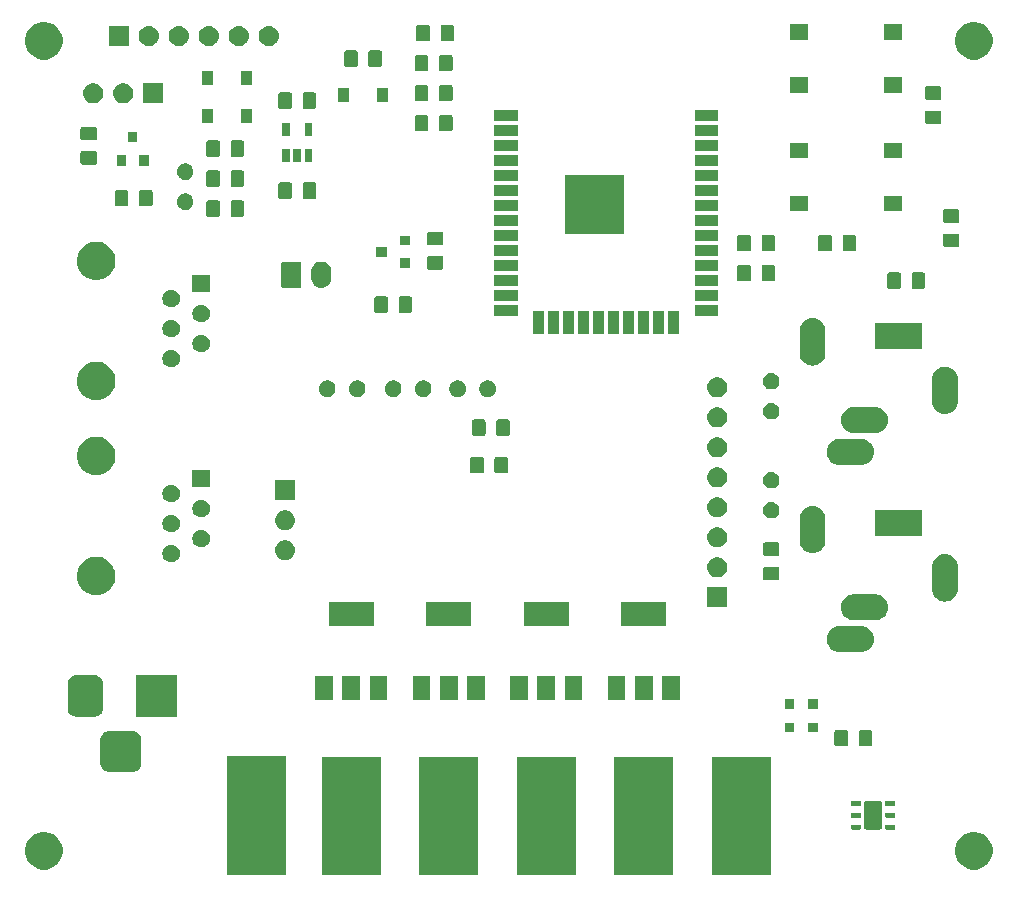
<source format=gbr>
G04 #@! TF.GenerationSoftware,KiCad,Pcbnew,(5.1.0-0)*
G04 #@! TF.CreationDate,2019-10-22T21:45:05+02:00*
G04 #@! TF.ProjectId,esp32,65737033-322e-46b6-9963-61645f706362,rev?*
G04 #@! TF.SameCoordinates,Original*
G04 #@! TF.FileFunction,Soldermask,Top*
G04 #@! TF.FilePolarity,Negative*
%FSLAX46Y46*%
G04 Gerber Fmt 4.6, Leading zero omitted, Abs format (unit mm)*
G04 Created by KiCad (PCBNEW (5.1.0-0)) date 2019-10-22 21:45:05*
%MOMM*%
%LPD*%
G04 APERTURE LIST*
%ADD10C,0.100000*%
G04 APERTURE END LIST*
D10*
G36*
X142730000Y-135885000D02*
G01*
X137730000Y-135885000D01*
X137730000Y-125885000D01*
X142730000Y-125885000D01*
X142730000Y-135885000D01*
X142730000Y-135885000D01*
G37*
G36*
X134475000Y-135885000D02*
G01*
X129475000Y-135885000D01*
X129475000Y-125885000D01*
X134475000Y-125885000D01*
X134475000Y-135885000D01*
X134475000Y-135885000D01*
G37*
G36*
X126220000Y-135885000D02*
G01*
X121220000Y-135885000D01*
X121220000Y-125885000D01*
X126220000Y-125885000D01*
X126220000Y-135885000D01*
X126220000Y-135885000D01*
G37*
G36*
X117965000Y-135885000D02*
G01*
X112965000Y-135885000D01*
X112965000Y-125885000D01*
X117965000Y-125885000D01*
X117965000Y-135885000D01*
X117965000Y-135885000D01*
G37*
G36*
X109710000Y-135885000D02*
G01*
X104710000Y-135885000D01*
X104710000Y-125885000D01*
X109710000Y-125885000D01*
X109710000Y-135885000D01*
X109710000Y-135885000D01*
G37*
G36*
X101690001Y-135845001D02*
G01*
X96690001Y-135845001D01*
X96690001Y-125845001D01*
X101690001Y-125845001D01*
X101690001Y-135845001D01*
X101690001Y-135845001D01*
G37*
G36*
X81641703Y-132286486D02*
G01*
X81932883Y-132407097D01*
X82194940Y-132582198D01*
X82417802Y-132805060D01*
X82592903Y-133067117D01*
X82713514Y-133358297D01*
X82775000Y-133667412D01*
X82775000Y-133982588D01*
X82713514Y-134291703D01*
X82592903Y-134582883D01*
X82417802Y-134844940D01*
X82194940Y-135067802D01*
X81932883Y-135242903D01*
X81641703Y-135363514D01*
X81332588Y-135425000D01*
X81017412Y-135425000D01*
X80708297Y-135363514D01*
X80417117Y-135242903D01*
X80155060Y-135067802D01*
X79932198Y-134844940D01*
X79757097Y-134582883D01*
X79636486Y-134291703D01*
X79575000Y-133982588D01*
X79575000Y-133667412D01*
X79636486Y-133358297D01*
X79757097Y-133067117D01*
X79932198Y-132805060D01*
X80155060Y-132582198D01*
X80417117Y-132407097D01*
X80708297Y-132286486D01*
X81017412Y-132225000D01*
X81332588Y-132225000D01*
X81641703Y-132286486D01*
X81641703Y-132286486D01*
G37*
G36*
X160381703Y-132286486D02*
G01*
X160672883Y-132407097D01*
X160934940Y-132582198D01*
X161157802Y-132805060D01*
X161332903Y-133067117D01*
X161453514Y-133358297D01*
X161515000Y-133667412D01*
X161515000Y-133982588D01*
X161453514Y-134291703D01*
X161332903Y-134582883D01*
X161157802Y-134844940D01*
X160934940Y-135067802D01*
X160672883Y-135242903D01*
X160381703Y-135363514D01*
X160072588Y-135425000D01*
X159757412Y-135425000D01*
X159448297Y-135363514D01*
X159157117Y-135242903D01*
X158895060Y-135067802D01*
X158672198Y-134844940D01*
X158497097Y-134582883D01*
X158376486Y-134291703D01*
X158315000Y-133982588D01*
X158315000Y-133667412D01*
X158376486Y-133358297D01*
X158497097Y-133067117D01*
X158672198Y-132805060D01*
X158895060Y-132582198D01*
X159157117Y-132407097D01*
X159448297Y-132286486D01*
X159757412Y-132225000D01*
X160072588Y-132225000D01*
X160381703Y-132286486D01*
X160381703Y-132286486D01*
G37*
G36*
X152005731Y-129633795D02*
G01*
X152036879Y-129643244D01*
X152065593Y-129658592D01*
X152090757Y-129679243D01*
X152111408Y-129704407D01*
X152126756Y-129733121D01*
X152136205Y-129764269D01*
X152140000Y-129802806D01*
X152140000Y-131857194D01*
X152136205Y-131895731D01*
X152126756Y-131926879D01*
X152111408Y-131955593D01*
X152090757Y-131980757D01*
X152065593Y-132001408D01*
X152036879Y-132016756D01*
X152005731Y-132026205D01*
X151967194Y-132030000D01*
X150812806Y-132030000D01*
X150774269Y-132026205D01*
X150743121Y-132016756D01*
X150714407Y-132001408D01*
X150689243Y-131980757D01*
X150668592Y-131955593D01*
X150653244Y-131926879D01*
X150643795Y-131895731D01*
X150640000Y-131857194D01*
X150640000Y-129802806D01*
X150643795Y-129764269D01*
X150653244Y-129733121D01*
X150668592Y-129704407D01*
X150689243Y-129679243D01*
X150714407Y-129658592D01*
X150743121Y-129643244D01*
X150774269Y-129633795D01*
X150812806Y-129630000D01*
X151967194Y-129630000D01*
X152005731Y-129633795D01*
X152005731Y-129633795D01*
G37*
G36*
X150309696Y-131631313D02*
G01*
X150316620Y-131633413D01*
X150322999Y-131636823D01*
X150328589Y-131641411D01*
X150333177Y-131647001D01*
X150336587Y-131653380D01*
X150338687Y-131660304D01*
X150340000Y-131673638D01*
X150340000Y-131986362D01*
X150338687Y-131999696D01*
X150336587Y-132006620D01*
X150333177Y-132012999D01*
X150328589Y-132018589D01*
X150322999Y-132023177D01*
X150316620Y-132026587D01*
X150309696Y-132028687D01*
X150296362Y-132030000D01*
X149583638Y-132030000D01*
X149570304Y-132028687D01*
X149563380Y-132026587D01*
X149557001Y-132023177D01*
X149551411Y-132018589D01*
X149546823Y-132012999D01*
X149543413Y-132006620D01*
X149541313Y-131999696D01*
X149540000Y-131986362D01*
X149540000Y-131673638D01*
X149541313Y-131660304D01*
X149543413Y-131653380D01*
X149546823Y-131647001D01*
X149551411Y-131641411D01*
X149557001Y-131636823D01*
X149563380Y-131633413D01*
X149570304Y-131631313D01*
X149583638Y-131630000D01*
X150296362Y-131630000D01*
X150309696Y-131631313D01*
X150309696Y-131631313D01*
G37*
G36*
X153209696Y-131631313D02*
G01*
X153216620Y-131633413D01*
X153222999Y-131636823D01*
X153228589Y-131641411D01*
X153233177Y-131647001D01*
X153236587Y-131653380D01*
X153238687Y-131660304D01*
X153240000Y-131673638D01*
X153240000Y-131986362D01*
X153238687Y-131999696D01*
X153236587Y-132006620D01*
X153233177Y-132012999D01*
X153228589Y-132018589D01*
X153222999Y-132023177D01*
X153216620Y-132026587D01*
X153209696Y-132028687D01*
X153196362Y-132030000D01*
X152483638Y-132030000D01*
X152470304Y-132028687D01*
X152463380Y-132026587D01*
X152457001Y-132023177D01*
X152451411Y-132018589D01*
X152446823Y-132012999D01*
X152443413Y-132006620D01*
X152441313Y-131999696D01*
X152440000Y-131986362D01*
X152440000Y-131673638D01*
X152441313Y-131660304D01*
X152443413Y-131653380D01*
X152446823Y-131647001D01*
X152451411Y-131641411D01*
X152457001Y-131636823D01*
X152463380Y-131633413D01*
X152470304Y-131631313D01*
X152483638Y-131630000D01*
X153196362Y-131630000D01*
X153209696Y-131631313D01*
X153209696Y-131631313D01*
G37*
G36*
X150309696Y-130631313D02*
G01*
X150316620Y-130633413D01*
X150322999Y-130636823D01*
X150328589Y-130641411D01*
X150333177Y-130647001D01*
X150336587Y-130653380D01*
X150338687Y-130660304D01*
X150340000Y-130673638D01*
X150340000Y-130986362D01*
X150338687Y-130999696D01*
X150336587Y-131006620D01*
X150333177Y-131012999D01*
X150328589Y-131018589D01*
X150322999Y-131023177D01*
X150316620Y-131026587D01*
X150309696Y-131028687D01*
X150296362Y-131030000D01*
X149583638Y-131030000D01*
X149570304Y-131028687D01*
X149563380Y-131026587D01*
X149557001Y-131023177D01*
X149551411Y-131018589D01*
X149546823Y-131012999D01*
X149543413Y-131006620D01*
X149541313Y-130999696D01*
X149540000Y-130986362D01*
X149540000Y-130673638D01*
X149541313Y-130660304D01*
X149543413Y-130653380D01*
X149546823Y-130647001D01*
X149551411Y-130641411D01*
X149557001Y-130636823D01*
X149563380Y-130633413D01*
X149570304Y-130631313D01*
X149583638Y-130630000D01*
X150296362Y-130630000D01*
X150309696Y-130631313D01*
X150309696Y-130631313D01*
G37*
G36*
X153209696Y-130631313D02*
G01*
X153216620Y-130633413D01*
X153222999Y-130636823D01*
X153228589Y-130641411D01*
X153233177Y-130647001D01*
X153236587Y-130653380D01*
X153238687Y-130660304D01*
X153240000Y-130673638D01*
X153240000Y-130986362D01*
X153238687Y-130999696D01*
X153236587Y-131006620D01*
X153233177Y-131012999D01*
X153228589Y-131018589D01*
X153222999Y-131023177D01*
X153216620Y-131026587D01*
X153209696Y-131028687D01*
X153196362Y-131030000D01*
X152483638Y-131030000D01*
X152470304Y-131028687D01*
X152463380Y-131026587D01*
X152457001Y-131023177D01*
X152451411Y-131018589D01*
X152446823Y-131012999D01*
X152443413Y-131006620D01*
X152441313Y-130999696D01*
X152440000Y-130986362D01*
X152440000Y-130673638D01*
X152441313Y-130660304D01*
X152443413Y-130653380D01*
X152446823Y-130647001D01*
X152451411Y-130641411D01*
X152457001Y-130636823D01*
X152463380Y-130633413D01*
X152470304Y-130631313D01*
X152483638Y-130630000D01*
X153196362Y-130630000D01*
X153209696Y-130631313D01*
X153209696Y-130631313D01*
G37*
G36*
X153209696Y-129631313D02*
G01*
X153216620Y-129633413D01*
X153222999Y-129636823D01*
X153228589Y-129641411D01*
X153233177Y-129647001D01*
X153236587Y-129653380D01*
X153238687Y-129660304D01*
X153240000Y-129673638D01*
X153240000Y-129986362D01*
X153238687Y-129999696D01*
X153236587Y-130006620D01*
X153233177Y-130012999D01*
X153228589Y-130018589D01*
X153222999Y-130023177D01*
X153216620Y-130026587D01*
X153209696Y-130028687D01*
X153196362Y-130030000D01*
X152483638Y-130030000D01*
X152470304Y-130028687D01*
X152463380Y-130026587D01*
X152457001Y-130023177D01*
X152451411Y-130018589D01*
X152446823Y-130012999D01*
X152443413Y-130006620D01*
X152441313Y-129999696D01*
X152440000Y-129986362D01*
X152440000Y-129673638D01*
X152441313Y-129660304D01*
X152443413Y-129653380D01*
X152446823Y-129647001D01*
X152451411Y-129641411D01*
X152457001Y-129636823D01*
X152463380Y-129633413D01*
X152470304Y-129631313D01*
X152483638Y-129630000D01*
X153196362Y-129630000D01*
X153209696Y-129631313D01*
X153209696Y-129631313D01*
G37*
G36*
X150309696Y-129631313D02*
G01*
X150316620Y-129633413D01*
X150322999Y-129636823D01*
X150328589Y-129641411D01*
X150333177Y-129647001D01*
X150336587Y-129653380D01*
X150338687Y-129660304D01*
X150340000Y-129673638D01*
X150340000Y-129986362D01*
X150338687Y-129999696D01*
X150336587Y-130006620D01*
X150333177Y-130012999D01*
X150328589Y-130018589D01*
X150322999Y-130023177D01*
X150316620Y-130026587D01*
X150309696Y-130028687D01*
X150296362Y-130030000D01*
X149583638Y-130030000D01*
X149570304Y-130028687D01*
X149563380Y-130026587D01*
X149557001Y-130023177D01*
X149551411Y-130018589D01*
X149546823Y-130012999D01*
X149543413Y-130006620D01*
X149541313Y-129999696D01*
X149540000Y-129986362D01*
X149540000Y-129673638D01*
X149541313Y-129660304D01*
X149543413Y-129653380D01*
X149546823Y-129647001D01*
X149551411Y-129641411D01*
X149557001Y-129636823D01*
X149563380Y-129633413D01*
X149570304Y-129631313D01*
X149583638Y-129630000D01*
X150296362Y-129630000D01*
X150309696Y-129631313D01*
X150309696Y-129631313D01*
G37*
G36*
X88795891Y-123691205D02*
G01*
X88948202Y-123737408D01*
X89088565Y-123812433D01*
X89211597Y-123913403D01*
X89312567Y-124036435D01*
X89387592Y-124176798D01*
X89433795Y-124329109D01*
X89450000Y-124493640D01*
X89450000Y-126356360D01*
X89433795Y-126520891D01*
X89387592Y-126673202D01*
X89312567Y-126813565D01*
X89211597Y-126936597D01*
X89088565Y-127037567D01*
X88948202Y-127112592D01*
X88795891Y-127158795D01*
X88631360Y-127175000D01*
X86768640Y-127175000D01*
X86604109Y-127158795D01*
X86451798Y-127112592D01*
X86311435Y-127037567D01*
X86188403Y-126936597D01*
X86087433Y-126813565D01*
X86012408Y-126673202D01*
X85966205Y-126520891D01*
X85950000Y-126356360D01*
X85950000Y-124493640D01*
X85966205Y-124329109D01*
X86012408Y-124176798D01*
X86087433Y-124036435D01*
X86188403Y-123913403D01*
X86311435Y-123812433D01*
X86451798Y-123737408D01*
X86604109Y-123691205D01*
X86768640Y-123675000D01*
X88631360Y-123675000D01*
X88795891Y-123691205D01*
X88795891Y-123691205D01*
G37*
G36*
X151180523Y-123604039D02*
G01*
X151214058Y-123614212D01*
X151244957Y-123630728D01*
X151272044Y-123652957D01*
X151294273Y-123680044D01*
X151310789Y-123710943D01*
X151320962Y-123744478D01*
X151325001Y-123785487D01*
X151325001Y-124814513D01*
X151320962Y-124855522D01*
X151310789Y-124889057D01*
X151294273Y-124919956D01*
X151272044Y-124947043D01*
X151244957Y-124969272D01*
X151214058Y-124985788D01*
X151180523Y-124995961D01*
X151139514Y-125000000D01*
X150360488Y-125000000D01*
X150319479Y-124995961D01*
X150285944Y-124985788D01*
X150255045Y-124969272D01*
X150227958Y-124947043D01*
X150205729Y-124919956D01*
X150189213Y-124889057D01*
X150179040Y-124855522D01*
X150175001Y-124814513D01*
X150175001Y-123785487D01*
X150179040Y-123744478D01*
X150189213Y-123710943D01*
X150205729Y-123680044D01*
X150227958Y-123652957D01*
X150255045Y-123630728D01*
X150285944Y-123614212D01*
X150319479Y-123604039D01*
X150360488Y-123600000D01*
X151139514Y-123600000D01*
X151180523Y-123604039D01*
X151180523Y-123604039D01*
G37*
G36*
X149130523Y-123604039D02*
G01*
X149164058Y-123614212D01*
X149194957Y-123630728D01*
X149222044Y-123652957D01*
X149244273Y-123680044D01*
X149260789Y-123710943D01*
X149270962Y-123744478D01*
X149275001Y-123785487D01*
X149275001Y-124814513D01*
X149270962Y-124855522D01*
X149260789Y-124889057D01*
X149244273Y-124919956D01*
X149222044Y-124947043D01*
X149194957Y-124969272D01*
X149164058Y-124985788D01*
X149130523Y-124995961D01*
X149089514Y-125000000D01*
X148310488Y-125000000D01*
X148269479Y-124995961D01*
X148235944Y-124985788D01*
X148205045Y-124969272D01*
X148177958Y-124947043D01*
X148155729Y-124919956D01*
X148139213Y-124889057D01*
X148129040Y-124855522D01*
X148125001Y-124814513D01*
X148125001Y-123785487D01*
X148129040Y-123744478D01*
X148139213Y-123710943D01*
X148155729Y-123680044D01*
X148177958Y-123652957D01*
X148205045Y-123630728D01*
X148235944Y-123614212D01*
X148269479Y-123604039D01*
X148310488Y-123600000D01*
X149089514Y-123600000D01*
X149130523Y-123604039D01*
X149130523Y-123604039D01*
G37*
G36*
X144710000Y-123795000D02*
G01*
X143910000Y-123795000D01*
X143910000Y-122995000D01*
X144710000Y-122995000D01*
X144710000Y-123795000D01*
X144710000Y-123795000D01*
G37*
G36*
X146710000Y-123795000D02*
G01*
X145910000Y-123795000D01*
X145910000Y-122995000D01*
X146710000Y-122995000D01*
X146710000Y-123795000D01*
X146710000Y-123795000D01*
G37*
G36*
X85646505Y-118988803D02*
G01*
X85775366Y-119027893D01*
X85894117Y-119091367D01*
X85998209Y-119176791D01*
X86083633Y-119280883D01*
X86147107Y-119399634D01*
X86186197Y-119528495D01*
X86200000Y-119668640D01*
X86200000Y-121781360D01*
X86186197Y-121921505D01*
X86147107Y-122050366D01*
X86083633Y-122169117D01*
X85998209Y-122273209D01*
X85894117Y-122358633D01*
X85775366Y-122422107D01*
X85646505Y-122461197D01*
X85506360Y-122475000D01*
X83893640Y-122475000D01*
X83753495Y-122461197D01*
X83624634Y-122422107D01*
X83505883Y-122358633D01*
X83401791Y-122273209D01*
X83316367Y-122169117D01*
X83252893Y-122050366D01*
X83213803Y-121921505D01*
X83200000Y-121781360D01*
X83200000Y-119668640D01*
X83213803Y-119528495D01*
X83252893Y-119399634D01*
X83316367Y-119280883D01*
X83401791Y-119176791D01*
X83505883Y-119091367D01*
X83624634Y-119027893D01*
X83753495Y-118988803D01*
X83893640Y-118975000D01*
X85506360Y-118975000D01*
X85646505Y-118988803D01*
X85646505Y-118988803D01*
G37*
G36*
X92450000Y-122475000D02*
G01*
X88950000Y-122475000D01*
X88950000Y-118975000D01*
X92450000Y-118975000D01*
X92450000Y-122475000D01*
X92450000Y-122475000D01*
G37*
G36*
X144710000Y-121795000D02*
G01*
X143910000Y-121795000D01*
X143910000Y-120995000D01*
X144710000Y-120995000D01*
X144710000Y-121795000D01*
X144710000Y-121795000D01*
G37*
G36*
X146710000Y-121795000D02*
G01*
X145910000Y-121795000D01*
X145910000Y-120995000D01*
X146710000Y-120995000D01*
X146710000Y-121795000D01*
X146710000Y-121795000D01*
G37*
G36*
X135025000Y-121065000D02*
G01*
X133525000Y-121065000D01*
X133525000Y-119065000D01*
X135025000Y-119065000D01*
X135025000Y-121065000D01*
X135025000Y-121065000D01*
G37*
G36*
X132725000Y-121065000D02*
G01*
X131225000Y-121065000D01*
X131225000Y-119065000D01*
X132725000Y-119065000D01*
X132725000Y-121065000D01*
X132725000Y-121065000D01*
G37*
G36*
X130425000Y-121065000D02*
G01*
X128925000Y-121065000D01*
X128925000Y-119065000D01*
X130425000Y-119065000D01*
X130425000Y-121065000D01*
X130425000Y-121065000D01*
G37*
G36*
X126770000Y-121065000D02*
G01*
X125270000Y-121065000D01*
X125270000Y-119065000D01*
X126770000Y-119065000D01*
X126770000Y-121065000D01*
X126770000Y-121065000D01*
G37*
G36*
X124470000Y-121065000D02*
G01*
X122970000Y-121065000D01*
X122970000Y-119065000D01*
X124470000Y-119065000D01*
X124470000Y-121065000D01*
X124470000Y-121065000D01*
G37*
G36*
X122170000Y-121065000D02*
G01*
X120670000Y-121065000D01*
X120670000Y-119065000D01*
X122170000Y-119065000D01*
X122170000Y-121065000D01*
X122170000Y-121065000D01*
G37*
G36*
X118515000Y-121065000D02*
G01*
X117015000Y-121065000D01*
X117015000Y-119065000D01*
X118515000Y-119065000D01*
X118515000Y-121065000D01*
X118515000Y-121065000D01*
G37*
G36*
X113915000Y-121065000D02*
G01*
X112415000Y-121065000D01*
X112415000Y-119065000D01*
X113915000Y-119065000D01*
X113915000Y-121065000D01*
X113915000Y-121065000D01*
G37*
G36*
X116215000Y-121065000D02*
G01*
X114715000Y-121065000D01*
X114715000Y-119065000D01*
X116215000Y-119065000D01*
X116215000Y-121065000D01*
X116215000Y-121065000D01*
G37*
G36*
X107960000Y-121065000D02*
G01*
X106460000Y-121065000D01*
X106460000Y-119065000D01*
X107960000Y-119065000D01*
X107960000Y-121065000D01*
X107960000Y-121065000D01*
G37*
G36*
X110260000Y-121065000D02*
G01*
X108760000Y-121065000D01*
X108760000Y-119065000D01*
X110260000Y-119065000D01*
X110260000Y-121065000D01*
X110260000Y-121065000D01*
G37*
G36*
X105660000Y-121065000D02*
G01*
X104160000Y-121065000D01*
X104160000Y-119065000D01*
X105660000Y-119065000D01*
X105660000Y-121065000D01*
X105660000Y-121065000D01*
G37*
G36*
X150499837Y-114827958D02*
G01*
X150580638Y-114835916D01*
X150734034Y-114882449D01*
X150787992Y-114898817D01*
X150979084Y-115000957D01*
X151146581Y-115138419D01*
X151284043Y-115305916D01*
X151386183Y-115497008D01*
X151386184Y-115497012D01*
X151449084Y-115704362D01*
X151470322Y-115920000D01*
X151449084Y-116135638D01*
X151402551Y-116289034D01*
X151386183Y-116342992D01*
X151284043Y-116534084D01*
X151146581Y-116701581D01*
X150979084Y-116839043D01*
X150787992Y-116941183D01*
X150734034Y-116957551D01*
X150580638Y-117004084D01*
X150499837Y-117012042D01*
X150419038Y-117020000D01*
X148510962Y-117020000D01*
X148430163Y-117012042D01*
X148349362Y-117004084D01*
X148195966Y-116957551D01*
X148142008Y-116941183D01*
X147950916Y-116839043D01*
X147783419Y-116701581D01*
X147645957Y-116534084D01*
X147543817Y-116342992D01*
X147527449Y-116289034D01*
X147480916Y-116135638D01*
X147459678Y-115920000D01*
X147480916Y-115704362D01*
X147543816Y-115497012D01*
X147543817Y-115497008D01*
X147645957Y-115305916D01*
X147783419Y-115138419D01*
X147950916Y-115000957D01*
X148142008Y-114898817D01*
X148195966Y-114882449D01*
X148349362Y-114835916D01*
X148430163Y-114827958D01*
X148510962Y-114820000D01*
X150419038Y-114820000D01*
X150499837Y-114827958D01*
X150499837Y-114827958D01*
G37*
G36*
X125620000Y-114765000D02*
G01*
X121820000Y-114765000D01*
X121820000Y-112765000D01*
X125620000Y-112765000D01*
X125620000Y-114765000D01*
X125620000Y-114765000D01*
G37*
G36*
X133875000Y-114765000D02*
G01*
X130075000Y-114765000D01*
X130075000Y-112765000D01*
X133875000Y-112765000D01*
X133875000Y-114765000D01*
X133875000Y-114765000D01*
G37*
G36*
X117365000Y-114765000D02*
G01*
X113565000Y-114765000D01*
X113565000Y-112765000D01*
X117365000Y-112765000D01*
X117365000Y-114765000D01*
X117365000Y-114765000D01*
G37*
G36*
X109110000Y-114765000D02*
G01*
X105310000Y-114765000D01*
X105310000Y-112765000D01*
X109110000Y-112765000D01*
X109110000Y-114765000D01*
X109110000Y-114765000D01*
G37*
G36*
X151699837Y-112127958D02*
G01*
X151780638Y-112135916D01*
X151934034Y-112182449D01*
X151987992Y-112198817D01*
X152179084Y-112300957D01*
X152346581Y-112438419D01*
X152484043Y-112605916D01*
X152586183Y-112797008D01*
X152586184Y-112797012D01*
X152649084Y-113004362D01*
X152670322Y-113220000D01*
X152649084Y-113435638D01*
X152602551Y-113589034D01*
X152586183Y-113642992D01*
X152484043Y-113834084D01*
X152346581Y-114001581D01*
X152179084Y-114139043D01*
X151987992Y-114241183D01*
X151934034Y-114257551D01*
X151780638Y-114304084D01*
X151699837Y-114312042D01*
X151619038Y-114320000D01*
X149710962Y-114320000D01*
X149630163Y-114312042D01*
X149549362Y-114304084D01*
X149395966Y-114257551D01*
X149342008Y-114241183D01*
X149150916Y-114139043D01*
X148983419Y-114001581D01*
X148845957Y-113834084D01*
X148743817Y-113642992D01*
X148727449Y-113589034D01*
X148680916Y-113435638D01*
X148659678Y-113220000D01*
X148680916Y-113004362D01*
X148743816Y-112797012D01*
X148743817Y-112797008D01*
X148845957Y-112605916D01*
X148983419Y-112438419D01*
X149150916Y-112300957D01*
X149342008Y-112198817D01*
X149395966Y-112182449D01*
X149549362Y-112135916D01*
X149630163Y-112127958D01*
X149710962Y-112120000D01*
X151619038Y-112120000D01*
X151699837Y-112127958D01*
X151699837Y-112127958D01*
G37*
G36*
X139048000Y-113212000D02*
G01*
X137348000Y-113212000D01*
X137348000Y-111512000D01*
X139048000Y-111512000D01*
X139048000Y-113212000D01*
X139048000Y-113212000D01*
G37*
G36*
X157680638Y-108735916D02*
G01*
X157834034Y-108782449D01*
X157887992Y-108798817D01*
X158079084Y-108900957D01*
X158246581Y-109038419D01*
X158384043Y-109205916D01*
X158486183Y-109397008D01*
X158502551Y-109450966D01*
X158549084Y-109604362D01*
X158565000Y-109765964D01*
X158565000Y-111674036D01*
X158549084Y-111835638D01*
X158502551Y-111989034D01*
X158486183Y-112042992D01*
X158384043Y-112234084D01*
X158329161Y-112300957D01*
X158246581Y-112401581D01*
X158079084Y-112539042D01*
X158079080Y-112539044D01*
X158079079Y-112539045D01*
X157887991Y-112641183D01*
X157834033Y-112657551D01*
X157680637Y-112704084D01*
X157465000Y-112725322D01*
X157249362Y-112704084D01*
X157095966Y-112657551D01*
X157042008Y-112641183D01*
X156850916Y-112539043D01*
X156728306Y-112438419D01*
X156683419Y-112401581D01*
X156545958Y-112234084D01*
X156545955Y-112234079D01*
X156443817Y-112042991D01*
X156427449Y-111989033D01*
X156380916Y-111835637D01*
X156365000Y-111674035D01*
X156365000Y-109765964D01*
X156380917Y-109604362D01*
X156427450Y-109450966D01*
X156443818Y-109397008D01*
X156545958Y-109205916D01*
X156683420Y-109038419D01*
X156850917Y-108900957D01*
X157042009Y-108798817D01*
X157095967Y-108782449D01*
X157249363Y-108735916D01*
X157465000Y-108714678D01*
X157680638Y-108735916D01*
X157680638Y-108735916D01*
G37*
G36*
X85937022Y-108966224D02*
G01*
X86093995Y-108997448D01*
X86389726Y-109119943D01*
X86655877Y-109297780D01*
X86882220Y-109524123D01*
X87060057Y-109790274D01*
X87156454Y-110022999D01*
X87182552Y-110086006D01*
X87245000Y-110399950D01*
X87245000Y-110720050D01*
X87233369Y-110778522D01*
X87182552Y-111033995D01*
X87060057Y-111329726D01*
X86882220Y-111595877D01*
X86655877Y-111822220D01*
X86389726Y-112000057D01*
X86093995Y-112122552D01*
X85937022Y-112153776D01*
X85780050Y-112185000D01*
X85459950Y-112185000D01*
X85302978Y-112153776D01*
X85146005Y-112122552D01*
X84850274Y-112000057D01*
X84584123Y-111822220D01*
X84357780Y-111595877D01*
X84179943Y-111329726D01*
X84057448Y-111033995D01*
X84006631Y-110778522D01*
X83995000Y-110720050D01*
X83995000Y-110399950D01*
X84057448Y-110086006D01*
X84083546Y-110022999D01*
X84179943Y-109790274D01*
X84357780Y-109524123D01*
X84584123Y-109297780D01*
X84850274Y-109119943D01*
X85146005Y-108997448D01*
X85302978Y-108966224D01*
X85459950Y-108935000D01*
X85780050Y-108935000D01*
X85937022Y-108966224D01*
X85937022Y-108966224D01*
G37*
G36*
X143325522Y-109777039D02*
G01*
X143359057Y-109787212D01*
X143389956Y-109803728D01*
X143417043Y-109825957D01*
X143439272Y-109853044D01*
X143455788Y-109883943D01*
X143465961Y-109917478D01*
X143470000Y-109958487D01*
X143470000Y-110737513D01*
X143465961Y-110778522D01*
X143455788Y-110812057D01*
X143439272Y-110842956D01*
X143417043Y-110870043D01*
X143389956Y-110892272D01*
X143359057Y-110908788D01*
X143325522Y-110918961D01*
X143284513Y-110923000D01*
X142255487Y-110923000D01*
X142214478Y-110918961D01*
X142180943Y-110908788D01*
X142150044Y-110892272D01*
X142122957Y-110870043D01*
X142100728Y-110842956D01*
X142084212Y-110812057D01*
X142074039Y-110778522D01*
X142070000Y-110737513D01*
X142070000Y-109958487D01*
X142074039Y-109917478D01*
X142084212Y-109883943D01*
X142100728Y-109853044D01*
X142122957Y-109825957D01*
X142150044Y-109803728D01*
X142180943Y-109787212D01*
X142214478Y-109777039D01*
X142255487Y-109773000D01*
X143284513Y-109773000D01*
X143325522Y-109777039D01*
X143325522Y-109777039D01*
G37*
G36*
X138364627Y-108984299D02*
G01*
X138444742Y-109008602D01*
X138524855Y-109032903D01*
X138524857Y-109032904D01*
X138672518Y-109111831D01*
X138801949Y-109218051D01*
X138908169Y-109347482D01*
X138987096Y-109495143D01*
X139035701Y-109655373D01*
X139052112Y-109822000D01*
X139035701Y-109988627D01*
X138987096Y-110148857D01*
X138908169Y-110296518D01*
X138801949Y-110425949D01*
X138672518Y-110532169D01*
X138524857Y-110611096D01*
X138524855Y-110611097D01*
X138444742Y-110635398D01*
X138364627Y-110659701D01*
X138239752Y-110672000D01*
X138156248Y-110672000D01*
X138031373Y-110659701D01*
X137951258Y-110635398D01*
X137871145Y-110611097D01*
X137871143Y-110611096D01*
X137723482Y-110532169D01*
X137594051Y-110425949D01*
X137487831Y-110296518D01*
X137408904Y-110148857D01*
X137360299Y-109988627D01*
X137343888Y-109822000D01*
X137360299Y-109655373D01*
X137408904Y-109495143D01*
X137487831Y-109347482D01*
X137594051Y-109218051D01*
X137723482Y-109111831D01*
X137871143Y-109032904D01*
X137871145Y-109032903D01*
X137951258Y-109008602D01*
X138031373Y-108984299D01*
X138156248Y-108972000D01*
X138239752Y-108972000D01*
X138364627Y-108984299D01*
X138364627Y-108984299D01*
G37*
G36*
X92191683Y-107929206D02*
G01*
X92329996Y-107986497D01*
X92454469Y-108069667D01*
X92560333Y-108175531D01*
X92643503Y-108300004D01*
X92700794Y-108438317D01*
X92730000Y-108585145D01*
X92730000Y-108734855D01*
X92700794Y-108881683D01*
X92643503Y-109019996D01*
X92560333Y-109144469D01*
X92454469Y-109250333D01*
X92329996Y-109333503D01*
X92191683Y-109390794D01*
X92044855Y-109420000D01*
X91895145Y-109420000D01*
X91748317Y-109390794D01*
X91610004Y-109333503D01*
X91485531Y-109250333D01*
X91379667Y-109144469D01*
X91296497Y-109019996D01*
X91239206Y-108881683D01*
X91210000Y-108734855D01*
X91210000Y-108585145D01*
X91239206Y-108438317D01*
X91296497Y-108300004D01*
X91379667Y-108175531D01*
X91485531Y-108069667D01*
X91610004Y-107986497D01*
X91748317Y-107929206D01*
X91895145Y-107900000D01*
X92044855Y-107900000D01*
X92191683Y-107929206D01*
X92191683Y-107929206D01*
G37*
G36*
X101766627Y-107542299D02*
G01*
X101846742Y-107566602D01*
X101926855Y-107590903D01*
X101926857Y-107590904D01*
X102074518Y-107669831D01*
X102203949Y-107776051D01*
X102310169Y-107905482D01*
X102356504Y-107992168D01*
X102389097Y-108053145D01*
X102409286Y-108119700D01*
X102437701Y-108213373D01*
X102454112Y-108380000D01*
X102437701Y-108546627D01*
X102389096Y-108706857D01*
X102310169Y-108854518D01*
X102203949Y-108983949D01*
X102074518Y-109090169D01*
X101972925Y-109144472D01*
X101926855Y-109169097D01*
X101846742Y-109193398D01*
X101766627Y-109217701D01*
X101641752Y-109230000D01*
X101558248Y-109230000D01*
X101433373Y-109217701D01*
X101353258Y-109193398D01*
X101273145Y-109169097D01*
X101227075Y-109144472D01*
X101125482Y-109090169D01*
X100996051Y-108983949D01*
X100889831Y-108854518D01*
X100810904Y-108706857D01*
X100762299Y-108546627D01*
X100745888Y-108380000D01*
X100762299Y-108213373D01*
X100790714Y-108119700D01*
X100810903Y-108053145D01*
X100843496Y-107992168D01*
X100889831Y-107905482D01*
X100996051Y-107776051D01*
X101125482Y-107669831D01*
X101273143Y-107590904D01*
X101273145Y-107590903D01*
X101353258Y-107566602D01*
X101433373Y-107542299D01*
X101558248Y-107530000D01*
X101641752Y-107530000D01*
X101766627Y-107542299D01*
X101766627Y-107542299D01*
G37*
G36*
X143325522Y-107727039D02*
G01*
X143359057Y-107737212D01*
X143389956Y-107753728D01*
X143417043Y-107775957D01*
X143439272Y-107803044D01*
X143455788Y-107833943D01*
X143465961Y-107867478D01*
X143470000Y-107908487D01*
X143470000Y-108687513D01*
X143465961Y-108728522D01*
X143455788Y-108762057D01*
X143439272Y-108792956D01*
X143417043Y-108820043D01*
X143389956Y-108842272D01*
X143359057Y-108858788D01*
X143325522Y-108868961D01*
X143284513Y-108873000D01*
X142255487Y-108873000D01*
X142214478Y-108868961D01*
X142180943Y-108858788D01*
X142150044Y-108842272D01*
X142122957Y-108820043D01*
X142100728Y-108792956D01*
X142084212Y-108762057D01*
X142074039Y-108728522D01*
X142070000Y-108687513D01*
X142070000Y-107908487D01*
X142074039Y-107867478D01*
X142084212Y-107833943D01*
X142100728Y-107803044D01*
X142122957Y-107775957D01*
X142150044Y-107753728D01*
X142180943Y-107737212D01*
X142214478Y-107727039D01*
X142255487Y-107723000D01*
X143284513Y-107723000D01*
X143325522Y-107727039D01*
X143325522Y-107727039D01*
G37*
G36*
X146480638Y-104635916D02*
G01*
X146634034Y-104682449D01*
X146687992Y-104698817D01*
X146879084Y-104800957D01*
X147046581Y-104938419D01*
X147184043Y-105105916D01*
X147286183Y-105297008D01*
X147286184Y-105297012D01*
X147349084Y-105504362D01*
X147351717Y-105531096D01*
X147362003Y-105635528D01*
X147365000Y-105665964D01*
X147365000Y-107574036D01*
X147349084Y-107735638D01*
X147336824Y-107776052D01*
X147286183Y-107942992D01*
X147184043Y-108134084D01*
X147090023Y-108248646D01*
X147046581Y-108301581D01*
X146879084Y-108439042D01*
X146879080Y-108439044D01*
X146879079Y-108439045D01*
X146687991Y-108541183D01*
X146670038Y-108546629D01*
X146480637Y-108604084D01*
X146265000Y-108625322D01*
X146049362Y-108604084D01*
X145859961Y-108546629D01*
X145842008Y-108541183D01*
X145650916Y-108439043D01*
X145536354Y-108345023D01*
X145483419Y-108301581D01*
X145345958Y-108134084D01*
X145338270Y-108119701D01*
X145243817Y-107942991D01*
X145210787Y-107834107D01*
X145180916Y-107735637D01*
X145168708Y-107611683D01*
X145165000Y-107574037D01*
X145165000Y-105665963D01*
X145173389Y-105580793D01*
X145180917Y-105504362D01*
X145243817Y-105297012D01*
X145243818Y-105297008D01*
X145345958Y-105105916D01*
X145483420Y-104938419D01*
X145650917Y-104800957D01*
X145842009Y-104698817D01*
X145895967Y-104682449D01*
X146049363Y-104635916D01*
X146265000Y-104614678D01*
X146480638Y-104635916D01*
X146480638Y-104635916D01*
G37*
G36*
X94731683Y-106659206D02*
G01*
X94869996Y-106716497D01*
X94994469Y-106799667D01*
X95100333Y-106905531D01*
X95183503Y-107030004D01*
X95240794Y-107168317D01*
X95270000Y-107315145D01*
X95270000Y-107464855D01*
X95240794Y-107611683D01*
X95183503Y-107749996D01*
X95100333Y-107874469D01*
X94994469Y-107980333D01*
X94869996Y-108063503D01*
X94731683Y-108120794D01*
X94584855Y-108150000D01*
X94435145Y-108150000D01*
X94288317Y-108120794D01*
X94150004Y-108063503D01*
X94025531Y-107980333D01*
X93919667Y-107874469D01*
X93836497Y-107749996D01*
X93779206Y-107611683D01*
X93750000Y-107464855D01*
X93750000Y-107315145D01*
X93779206Y-107168317D01*
X93836497Y-107030004D01*
X93919667Y-106905531D01*
X94025531Y-106799667D01*
X94150004Y-106716497D01*
X94288317Y-106659206D01*
X94435145Y-106630000D01*
X94584855Y-106630000D01*
X94731683Y-106659206D01*
X94731683Y-106659206D01*
G37*
G36*
X138364627Y-106444299D02*
G01*
X138444742Y-106468602D01*
X138524855Y-106492903D01*
X138524857Y-106492904D01*
X138672518Y-106571831D01*
X138801949Y-106678051D01*
X138908169Y-106807482D01*
X138987096Y-106955143D01*
X139035701Y-107115373D01*
X139052112Y-107282000D01*
X139035701Y-107448627D01*
X139035700Y-107448629D01*
X138992543Y-107590903D01*
X138987096Y-107608857D01*
X138908169Y-107756518D01*
X138801949Y-107885949D01*
X138672518Y-107992169D01*
X138539062Y-108063503D01*
X138524855Y-108071097D01*
X138444742Y-108095399D01*
X138364627Y-108119701D01*
X138239752Y-108132000D01*
X138156248Y-108132000D01*
X138031373Y-108119701D01*
X137951258Y-108095399D01*
X137871145Y-108071097D01*
X137856938Y-108063503D01*
X137723482Y-107992169D01*
X137594051Y-107885949D01*
X137487831Y-107756518D01*
X137408904Y-107608857D01*
X137403458Y-107590903D01*
X137360300Y-107448629D01*
X137360299Y-107448627D01*
X137343888Y-107282000D01*
X137360299Y-107115373D01*
X137408904Y-106955143D01*
X137487831Y-106807482D01*
X137594051Y-106678051D01*
X137723482Y-106571831D01*
X137871143Y-106492904D01*
X137871145Y-106492903D01*
X137951258Y-106468602D01*
X138031373Y-106444299D01*
X138156248Y-106432000D01*
X138239752Y-106432000D01*
X138364627Y-106444299D01*
X138364627Y-106444299D01*
G37*
G36*
X155565000Y-107220000D02*
G01*
X151565000Y-107220000D01*
X151565000Y-105020000D01*
X155565000Y-105020000D01*
X155565000Y-107220000D01*
X155565000Y-107220000D01*
G37*
G36*
X92191683Y-105389206D02*
G01*
X92329996Y-105446497D01*
X92454469Y-105529667D01*
X92560333Y-105635531D01*
X92643503Y-105760004D01*
X92700794Y-105898317D01*
X92730000Y-106045145D01*
X92730000Y-106194855D01*
X92700794Y-106341683D01*
X92643503Y-106479996D01*
X92560333Y-106604469D01*
X92454469Y-106710333D01*
X92329996Y-106793503D01*
X92191683Y-106850794D01*
X92044855Y-106880000D01*
X91895145Y-106880000D01*
X91748317Y-106850794D01*
X91610004Y-106793503D01*
X91485531Y-106710333D01*
X91379667Y-106604469D01*
X91296497Y-106479996D01*
X91239206Y-106341683D01*
X91210000Y-106194855D01*
X91210000Y-106045145D01*
X91239206Y-105898317D01*
X91296497Y-105760004D01*
X91379667Y-105635531D01*
X91485531Y-105529667D01*
X91610004Y-105446497D01*
X91748317Y-105389206D01*
X91895145Y-105360000D01*
X92044855Y-105360000D01*
X92191683Y-105389206D01*
X92191683Y-105389206D01*
G37*
G36*
X101766627Y-105002299D02*
G01*
X101846742Y-105026601D01*
X101926855Y-105050903D01*
X101926857Y-105050904D01*
X102074518Y-105129831D01*
X102203949Y-105236051D01*
X102310169Y-105365482D01*
X102356504Y-105452168D01*
X102389097Y-105513145D01*
X102397160Y-105539726D01*
X102437701Y-105673373D01*
X102454112Y-105840000D01*
X102437701Y-106006627D01*
X102389096Y-106166857D01*
X102310169Y-106314518D01*
X102203949Y-106443949D01*
X102074518Y-106550169D01*
X101972925Y-106604472D01*
X101926855Y-106629097D01*
X101846742Y-106653398D01*
X101766627Y-106677701D01*
X101641752Y-106690000D01*
X101558248Y-106690000D01*
X101433373Y-106677701D01*
X101353258Y-106653398D01*
X101273145Y-106629097D01*
X101227075Y-106604472D01*
X101125482Y-106550169D01*
X100996051Y-106443949D01*
X100889831Y-106314518D01*
X100810904Y-106166857D01*
X100762299Y-106006627D01*
X100745888Y-105840000D01*
X100762299Y-105673373D01*
X100802840Y-105539726D01*
X100810903Y-105513145D01*
X100843496Y-105452168D01*
X100889831Y-105365482D01*
X100996051Y-105236051D01*
X101125482Y-105129831D01*
X101273143Y-105050904D01*
X101273145Y-105050903D01*
X101353258Y-105026601D01*
X101433373Y-105002299D01*
X101558248Y-104990000D01*
X101641752Y-104990000D01*
X101766627Y-105002299D01*
X101766627Y-105002299D01*
G37*
G36*
X142974182Y-104322900D02*
G01*
X143101573Y-104375667D01*
X143101574Y-104375668D01*
X143216224Y-104452274D01*
X143313726Y-104549776D01*
X143313727Y-104549778D01*
X143390333Y-104664427D01*
X143443100Y-104791818D01*
X143470000Y-104927055D01*
X143470000Y-105064945D01*
X143443100Y-105200182D01*
X143390333Y-105327573D01*
X143368666Y-105360000D01*
X143313726Y-105442224D01*
X143216224Y-105539726D01*
X143158510Y-105578289D01*
X143101573Y-105616333D01*
X142974182Y-105669100D01*
X142838945Y-105696000D01*
X142701055Y-105696000D01*
X142565818Y-105669100D01*
X142438427Y-105616333D01*
X142381490Y-105578289D01*
X142323776Y-105539726D01*
X142226274Y-105442224D01*
X142171334Y-105360000D01*
X142149667Y-105327573D01*
X142096900Y-105200182D01*
X142070000Y-105064945D01*
X142070000Y-104927055D01*
X142096900Y-104791818D01*
X142149667Y-104664427D01*
X142226273Y-104549778D01*
X142226274Y-104549776D01*
X142323776Y-104452274D01*
X142438426Y-104375668D01*
X142438427Y-104375667D01*
X142565818Y-104322900D01*
X142701055Y-104296000D01*
X142838945Y-104296000D01*
X142974182Y-104322900D01*
X142974182Y-104322900D01*
G37*
G36*
X94731683Y-104119206D02*
G01*
X94869996Y-104176497D01*
X94994469Y-104259667D01*
X95100333Y-104365531D01*
X95183503Y-104490004D01*
X95240794Y-104628317D01*
X95270000Y-104775145D01*
X95270000Y-104924855D01*
X95240794Y-105071683D01*
X95183503Y-105209996D01*
X95100333Y-105334469D01*
X94994469Y-105440333D01*
X94869996Y-105523503D01*
X94731683Y-105580794D01*
X94584855Y-105610000D01*
X94435145Y-105610000D01*
X94288317Y-105580794D01*
X94150004Y-105523503D01*
X94025531Y-105440333D01*
X93919667Y-105334469D01*
X93836497Y-105209996D01*
X93779206Y-105071683D01*
X93750000Y-104924855D01*
X93750000Y-104775145D01*
X93779206Y-104628317D01*
X93836497Y-104490004D01*
X93919667Y-104365531D01*
X94025531Y-104259667D01*
X94150004Y-104176497D01*
X94288317Y-104119206D01*
X94435145Y-104090000D01*
X94584855Y-104090000D01*
X94731683Y-104119206D01*
X94731683Y-104119206D01*
G37*
G36*
X138364627Y-103904299D02*
G01*
X138444742Y-103928601D01*
X138524855Y-103952903D01*
X138524857Y-103952904D01*
X138672518Y-104031831D01*
X138801949Y-104138051D01*
X138908169Y-104267482D01*
X138987096Y-104415143D01*
X139035701Y-104575373D01*
X139052112Y-104742000D01*
X139035701Y-104908627D01*
X139011398Y-104988742D01*
X138992543Y-105050903D01*
X138987096Y-105068857D01*
X138908169Y-105216518D01*
X138801949Y-105345949D01*
X138672518Y-105452169D01*
X138539062Y-105523503D01*
X138524855Y-105531097D01*
X138444742Y-105555399D01*
X138364627Y-105579701D01*
X138239752Y-105592000D01*
X138156248Y-105592000D01*
X138031373Y-105579701D01*
X137951258Y-105555399D01*
X137871145Y-105531097D01*
X137856938Y-105523503D01*
X137723482Y-105452169D01*
X137594051Y-105345949D01*
X137487831Y-105216518D01*
X137408904Y-105068857D01*
X137403458Y-105050903D01*
X137384602Y-104988742D01*
X137360299Y-104908627D01*
X137343888Y-104742000D01*
X137360299Y-104575373D01*
X137408904Y-104415143D01*
X137487831Y-104267482D01*
X137594051Y-104138051D01*
X137723482Y-104031831D01*
X137871143Y-103952904D01*
X137871145Y-103952903D01*
X137951258Y-103928601D01*
X138031373Y-103904299D01*
X138156248Y-103892000D01*
X138239752Y-103892000D01*
X138364627Y-103904299D01*
X138364627Y-103904299D01*
G37*
G36*
X92191683Y-102849206D02*
G01*
X92329996Y-102906497D01*
X92454469Y-102989667D01*
X92560333Y-103095531D01*
X92643503Y-103220004D01*
X92700794Y-103358317D01*
X92730000Y-103505145D01*
X92730000Y-103654855D01*
X92700794Y-103801683D01*
X92643503Y-103939996D01*
X92560333Y-104064469D01*
X92454469Y-104170333D01*
X92329996Y-104253503D01*
X92191683Y-104310794D01*
X92044855Y-104340000D01*
X91895145Y-104340000D01*
X91748317Y-104310794D01*
X91610004Y-104253503D01*
X91485531Y-104170333D01*
X91379667Y-104064469D01*
X91296497Y-103939996D01*
X91239206Y-103801683D01*
X91210000Y-103654855D01*
X91210000Y-103505145D01*
X91239206Y-103358317D01*
X91296497Y-103220004D01*
X91379667Y-103095531D01*
X91485531Y-102989667D01*
X91610004Y-102906497D01*
X91748317Y-102849206D01*
X91895145Y-102820000D01*
X92044855Y-102820000D01*
X92191683Y-102849206D01*
X92191683Y-102849206D01*
G37*
G36*
X102450000Y-104150000D02*
G01*
X100750000Y-104150000D01*
X100750000Y-102450000D01*
X102450000Y-102450000D01*
X102450000Y-104150000D01*
X102450000Y-104150000D01*
G37*
G36*
X142974182Y-101782900D02*
G01*
X143101573Y-101835667D01*
X143130914Y-101855272D01*
X143216224Y-101912274D01*
X143313726Y-102009776D01*
X143313727Y-102009778D01*
X143390333Y-102124427D01*
X143443100Y-102251818D01*
X143470000Y-102387055D01*
X143470000Y-102524945D01*
X143443100Y-102660182D01*
X143390333Y-102787573D01*
X143368666Y-102820000D01*
X143313726Y-102902224D01*
X143216224Y-102999726D01*
X143158510Y-103038289D01*
X143101573Y-103076333D01*
X142974182Y-103129100D01*
X142838945Y-103156000D01*
X142701055Y-103156000D01*
X142565818Y-103129100D01*
X142438427Y-103076333D01*
X142381490Y-103038289D01*
X142323776Y-102999726D01*
X142226274Y-102902224D01*
X142171334Y-102820000D01*
X142149667Y-102787573D01*
X142096900Y-102660182D01*
X142070000Y-102524945D01*
X142070000Y-102387055D01*
X142096900Y-102251818D01*
X142149667Y-102124427D01*
X142226273Y-102009778D01*
X142226274Y-102009776D01*
X142323776Y-101912274D01*
X142409086Y-101855272D01*
X142438427Y-101835667D01*
X142565818Y-101782900D01*
X142701055Y-101756000D01*
X142838945Y-101756000D01*
X142974182Y-101782900D01*
X142974182Y-101782900D01*
G37*
G36*
X95270000Y-103070000D02*
G01*
X93750000Y-103070000D01*
X93750000Y-101550000D01*
X95270000Y-101550000D01*
X95270000Y-103070000D01*
X95270000Y-103070000D01*
G37*
G36*
X138364627Y-101364299D02*
G01*
X138444742Y-101388601D01*
X138524855Y-101412903D01*
X138524857Y-101412904D01*
X138672518Y-101491831D01*
X138801949Y-101598051D01*
X138908169Y-101727482D01*
X138953760Y-101812777D01*
X138987097Y-101875145D01*
X138998359Y-101912273D01*
X139035701Y-102035373D01*
X139052112Y-102202000D01*
X139035701Y-102368627D01*
X138987096Y-102528857D01*
X138908169Y-102676518D01*
X138801949Y-102805949D01*
X138672518Y-102912169D01*
X138527530Y-102989667D01*
X138524855Y-102991097D01*
X138444742Y-103015398D01*
X138364627Y-103039701D01*
X138239752Y-103052000D01*
X138156248Y-103052000D01*
X138031373Y-103039701D01*
X137951258Y-103015398D01*
X137871145Y-102991097D01*
X137868470Y-102989667D01*
X137723482Y-102912169D01*
X137594051Y-102805949D01*
X137487831Y-102676518D01*
X137408904Y-102528857D01*
X137360299Y-102368627D01*
X137343888Y-102202000D01*
X137360299Y-102035373D01*
X137397641Y-101912273D01*
X137408903Y-101875145D01*
X137442240Y-101812777D01*
X137487831Y-101727482D01*
X137594051Y-101598051D01*
X137723482Y-101491831D01*
X137871143Y-101412904D01*
X137871145Y-101412903D01*
X137951258Y-101388601D01*
X138031373Y-101364299D01*
X138156248Y-101352000D01*
X138239752Y-101352000D01*
X138364627Y-101364299D01*
X138364627Y-101364299D01*
G37*
G36*
X85937022Y-98806224D02*
G01*
X86093995Y-98837448D01*
X86389726Y-98959943D01*
X86655877Y-99137780D01*
X86882220Y-99364123D01*
X87060057Y-99630274D01*
X87182552Y-99926005D01*
X87245000Y-100239951D01*
X87245000Y-100560049D01*
X87182552Y-100873995D01*
X87060057Y-101169726D01*
X86882220Y-101435877D01*
X86655877Y-101662220D01*
X86389726Y-101840057D01*
X86093995Y-101962552D01*
X85937022Y-101993776D01*
X85780050Y-102025000D01*
X85459950Y-102025000D01*
X85302978Y-101993776D01*
X85146005Y-101962552D01*
X84850274Y-101840057D01*
X84584123Y-101662220D01*
X84357780Y-101435877D01*
X84179943Y-101169726D01*
X84057448Y-100873995D01*
X83995000Y-100560049D01*
X83995000Y-100239951D01*
X84057448Y-99926005D01*
X84179943Y-99630274D01*
X84357780Y-99364123D01*
X84584123Y-99137780D01*
X84850274Y-98959943D01*
X85146005Y-98837448D01*
X85302978Y-98806224D01*
X85459950Y-98775000D01*
X85780050Y-98775000D01*
X85937022Y-98806224D01*
X85937022Y-98806224D01*
G37*
G36*
X120340522Y-100490039D02*
G01*
X120374057Y-100500212D01*
X120404956Y-100516728D01*
X120432043Y-100538957D01*
X120454272Y-100566044D01*
X120470788Y-100596943D01*
X120480961Y-100630478D01*
X120485000Y-100671487D01*
X120485000Y-101700513D01*
X120480961Y-101741522D01*
X120470788Y-101775057D01*
X120454272Y-101805956D01*
X120432043Y-101833043D01*
X120404956Y-101855272D01*
X120374057Y-101871788D01*
X120340522Y-101881961D01*
X120299513Y-101886000D01*
X119520487Y-101886000D01*
X119479478Y-101881961D01*
X119445943Y-101871788D01*
X119415044Y-101855272D01*
X119387957Y-101833043D01*
X119365728Y-101805956D01*
X119349212Y-101775057D01*
X119339039Y-101741522D01*
X119335000Y-101700513D01*
X119335000Y-100671487D01*
X119339039Y-100630478D01*
X119349212Y-100596943D01*
X119365728Y-100566044D01*
X119387957Y-100538957D01*
X119415044Y-100516728D01*
X119445943Y-100500212D01*
X119479478Y-100490039D01*
X119520487Y-100486000D01*
X120299513Y-100486000D01*
X120340522Y-100490039D01*
X120340522Y-100490039D01*
G37*
G36*
X118290522Y-100490039D02*
G01*
X118324057Y-100500212D01*
X118354956Y-100516728D01*
X118382043Y-100538957D01*
X118404272Y-100566044D01*
X118420788Y-100596943D01*
X118430961Y-100630478D01*
X118435000Y-100671487D01*
X118435000Y-101700513D01*
X118430961Y-101741522D01*
X118420788Y-101775057D01*
X118404272Y-101805956D01*
X118382043Y-101833043D01*
X118354956Y-101855272D01*
X118324057Y-101871788D01*
X118290522Y-101881961D01*
X118249513Y-101886000D01*
X117470487Y-101886000D01*
X117429478Y-101881961D01*
X117395943Y-101871788D01*
X117365044Y-101855272D01*
X117337957Y-101833043D01*
X117315728Y-101805956D01*
X117299212Y-101775057D01*
X117289039Y-101741522D01*
X117285000Y-101700513D01*
X117285000Y-100671487D01*
X117289039Y-100630478D01*
X117299212Y-100596943D01*
X117315728Y-100566044D01*
X117337957Y-100538957D01*
X117365044Y-100516728D01*
X117395943Y-100500212D01*
X117429478Y-100490039D01*
X117470487Y-100486000D01*
X118249513Y-100486000D01*
X118290522Y-100490039D01*
X118290522Y-100490039D01*
G37*
G36*
X150499837Y-98952958D02*
G01*
X150580638Y-98960916D01*
X150734034Y-99007449D01*
X150787992Y-99023817D01*
X150979084Y-99125957D01*
X151146581Y-99263419D01*
X151284043Y-99430916D01*
X151386183Y-99622008D01*
X151386184Y-99622012D01*
X151449084Y-99829362D01*
X151470322Y-100045000D01*
X151449084Y-100260638D01*
X151415251Y-100372168D01*
X151386183Y-100467992D01*
X151284043Y-100659084D01*
X151146581Y-100826581D01*
X150979084Y-100964043D01*
X150787992Y-101066183D01*
X150734034Y-101082551D01*
X150580638Y-101129084D01*
X150499837Y-101137042D01*
X150419038Y-101145000D01*
X148510962Y-101145000D01*
X148430163Y-101137042D01*
X148349362Y-101129084D01*
X148195966Y-101082551D01*
X148142008Y-101066183D01*
X147950916Y-100964043D01*
X147783419Y-100826581D01*
X147645957Y-100659084D01*
X147543817Y-100467992D01*
X147514749Y-100372168D01*
X147480916Y-100260638D01*
X147459678Y-100045000D01*
X147480916Y-99829362D01*
X147543816Y-99622012D01*
X147543817Y-99622008D01*
X147645957Y-99430916D01*
X147783419Y-99263419D01*
X147950916Y-99125957D01*
X148142008Y-99023817D01*
X148195966Y-99007449D01*
X148349362Y-98960916D01*
X148430163Y-98952958D01*
X148510962Y-98945000D01*
X150419038Y-98945000D01*
X150499837Y-98952958D01*
X150499837Y-98952958D01*
G37*
G36*
X138364627Y-98824299D02*
G01*
X138444742Y-98848602D01*
X138524855Y-98872903D01*
X138524857Y-98872904D01*
X138672518Y-98951831D01*
X138801949Y-99058051D01*
X138908169Y-99187482D01*
X138987096Y-99335143D01*
X139035701Y-99495373D01*
X139052112Y-99662000D01*
X139035701Y-99828627D01*
X138987096Y-99988857D01*
X138908169Y-100136518D01*
X138801949Y-100265949D01*
X138672518Y-100372169D01*
X138524857Y-100451096D01*
X138524855Y-100451097D01*
X138469158Y-100467992D01*
X138364627Y-100499701D01*
X138239752Y-100512000D01*
X138156248Y-100512000D01*
X138031373Y-100499701D01*
X137926842Y-100467992D01*
X137871145Y-100451097D01*
X137871143Y-100451096D01*
X137723482Y-100372169D01*
X137594051Y-100265949D01*
X137487831Y-100136518D01*
X137408904Y-99988857D01*
X137360299Y-99828627D01*
X137343888Y-99662000D01*
X137360299Y-99495373D01*
X137408904Y-99335143D01*
X137487831Y-99187482D01*
X137594051Y-99058051D01*
X137723482Y-98951831D01*
X137871143Y-98872904D01*
X137871145Y-98872903D01*
X137951258Y-98848602D01*
X138031373Y-98824299D01*
X138156248Y-98812000D01*
X138239752Y-98812000D01*
X138364627Y-98824299D01*
X138364627Y-98824299D01*
G37*
G36*
X118435522Y-97315039D02*
G01*
X118469057Y-97325212D01*
X118499956Y-97341728D01*
X118527043Y-97363957D01*
X118549272Y-97391044D01*
X118565788Y-97421943D01*
X118575961Y-97455478D01*
X118580000Y-97496487D01*
X118580000Y-98525513D01*
X118575961Y-98566522D01*
X118565788Y-98600057D01*
X118549272Y-98630956D01*
X118527043Y-98658043D01*
X118499956Y-98680272D01*
X118469057Y-98696788D01*
X118435522Y-98706961D01*
X118394513Y-98711000D01*
X117615487Y-98711000D01*
X117574478Y-98706961D01*
X117540943Y-98696788D01*
X117510044Y-98680272D01*
X117482957Y-98658043D01*
X117460728Y-98630956D01*
X117444212Y-98600057D01*
X117434039Y-98566522D01*
X117430000Y-98525513D01*
X117430000Y-97496487D01*
X117434039Y-97455478D01*
X117444212Y-97421943D01*
X117460728Y-97391044D01*
X117482957Y-97363957D01*
X117510044Y-97341728D01*
X117540943Y-97325212D01*
X117574478Y-97315039D01*
X117615487Y-97311000D01*
X118394513Y-97311000D01*
X118435522Y-97315039D01*
X118435522Y-97315039D01*
G37*
G36*
X120485522Y-97315039D02*
G01*
X120519057Y-97325212D01*
X120549956Y-97341728D01*
X120577043Y-97363957D01*
X120599272Y-97391044D01*
X120615788Y-97421943D01*
X120625961Y-97455478D01*
X120630000Y-97496487D01*
X120630000Y-98525513D01*
X120625961Y-98566522D01*
X120615788Y-98600057D01*
X120599272Y-98630956D01*
X120577043Y-98658043D01*
X120549956Y-98680272D01*
X120519057Y-98696788D01*
X120485522Y-98706961D01*
X120444513Y-98711000D01*
X119665487Y-98711000D01*
X119624478Y-98706961D01*
X119590943Y-98696788D01*
X119560044Y-98680272D01*
X119532957Y-98658043D01*
X119510728Y-98630956D01*
X119494212Y-98600057D01*
X119484039Y-98566522D01*
X119480000Y-98525513D01*
X119480000Y-97496487D01*
X119484039Y-97455478D01*
X119494212Y-97421943D01*
X119510728Y-97391044D01*
X119532957Y-97363957D01*
X119560044Y-97341728D01*
X119590943Y-97325212D01*
X119624478Y-97315039D01*
X119665487Y-97311000D01*
X120444513Y-97311000D01*
X120485522Y-97315039D01*
X120485522Y-97315039D01*
G37*
G36*
X151699837Y-96252958D02*
G01*
X151780638Y-96260916D01*
X151934034Y-96307449D01*
X151987992Y-96323817D01*
X152179084Y-96425957D01*
X152346581Y-96563419D01*
X152484043Y-96730916D01*
X152586183Y-96922008D01*
X152586184Y-96922012D01*
X152649084Y-97129362D01*
X152670322Y-97345000D01*
X152649084Y-97560638D01*
X152638199Y-97596519D01*
X152586183Y-97767992D01*
X152484043Y-97959084D01*
X152346581Y-98126581D01*
X152179084Y-98264043D01*
X151987992Y-98366183D01*
X151934034Y-98382551D01*
X151780638Y-98429084D01*
X151699837Y-98437042D01*
X151619038Y-98445000D01*
X149710962Y-98445000D01*
X149630163Y-98437042D01*
X149549362Y-98429084D01*
X149395966Y-98382551D01*
X149342008Y-98366183D01*
X149150916Y-98264043D01*
X148983419Y-98126581D01*
X148845957Y-97959084D01*
X148743817Y-97767992D01*
X148691801Y-97596519D01*
X148680916Y-97560638D01*
X148659678Y-97345000D01*
X148680916Y-97129362D01*
X148743816Y-96922012D01*
X148743817Y-96922008D01*
X148845957Y-96730916D01*
X148983419Y-96563419D01*
X149150916Y-96425957D01*
X149342008Y-96323817D01*
X149395966Y-96307449D01*
X149549362Y-96260916D01*
X149630163Y-96252958D01*
X149710962Y-96245000D01*
X151619038Y-96245000D01*
X151699837Y-96252958D01*
X151699837Y-96252958D01*
G37*
G36*
X138364627Y-96284299D02*
G01*
X138444742Y-96308602D01*
X138524855Y-96332903D01*
X138524857Y-96332904D01*
X138672518Y-96411831D01*
X138801949Y-96518051D01*
X138908169Y-96647482D01*
X138987096Y-96795143D01*
X139035701Y-96955373D01*
X139052112Y-97122000D01*
X139035701Y-97288627D01*
X139016134Y-97353132D01*
X138995211Y-97422107D01*
X138987096Y-97448857D01*
X138908169Y-97596518D01*
X138801949Y-97725949D01*
X138672518Y-97832169D01*
X138524857Y-97911096D01*
X138524855Y-97911097D01*
X138444742Y-97935398D01*
X138364627Y-97959701D01*
X138239752Y-97972000D01*
X138156248Y-97972000D01*
X138031373Y-97959701D01*
X137951258Y-97935398D01*
X137871145Y-97911097D01*
X137871143Y-97911096D01*
X137723482Y-97832169D01*
X137594051Y-97725949D01*
X137487831Y-97596518D01*
X137408904Y-97448857D01*
X137400790Y-97422107D01*
X137379866Y-97353132D01*
X137360299Y-97288627D01*
X137343888Y-97122000D01*
X137360299Y-96955373D01*
X137408904Y-96795143D01*
X137487831Y-96647482D01*
X137594051Y-96518051D01*
X137723482Y-96411831D01*
X137871143Y-96332904D01*
X137871145Y-96332903D01*
X137951258Y-96308602D01*
X138031373Y-96284299D01*
X138156248Y-96272000D01*
X138239752Y-96272000D01*
X138364627Y-96284299D01*
X138364627Y-96284299D01*
G37*
G36*
X142974182Y-95940900D02*
G01*
X143101573Y-95993667D01*
X143101574Y-95993668D01*
X143216224Y-96070274D01*
X143313726Y-96167776D01*
X143313870Y-96167992D01*
X143390333Y-96282427D01*
X143443100Y-96409818D01*
X143470000Y-96545055D01*
X143470000Y-96682945D01*
X143443100Y-96818182D01*
X143390333Y-96945573D01*
X143390332Y-96945574D01*
X143313726Y-97060224D01*
X143216224Y-97157726D01*
X143158510Y-97196289D01*
X143101573Y-97234333D01*
X142974182Y-97287100D01*
X142838945Y-97314000D01*
X142701055Y-97314000D01*
X142565818Y-97287100D01*
X142438427Y-97234333D01*
X142381490Y-97196289D01*
X142323776Y-97157726D01*
X142226274Y-97060224D01*
X142149668Y-96945574D01*
X142149667Y-96945573D01*
X142096900Y-96818182D01*
X142070000Y-96682945D01*
X142070000Y-96545055D01*
X142096900Y-96409818D01*
X142149667Y-96282427D01*
X142226130Y-96167992D01*
X142226274Y-96167776D01*
X142323776Y-96070274D01*
X142438426Y-95993668D01*
X142438427Y-95993667D01*
X142565818Y-95940900D01*
X142701055Y-95914000D01*
X142838945Y-95914000D01*
X142974182Y-95940900D01*
X142974182Y-95940900D01*
G37*
G36*
X157680638Y-92860916D02*
G01*
X157834034Y-92907449D01*
X157887992Y-92923817D01*
X158079084Y-93025957D01*
X158246581Y-93163419D01*
X158384043Y-93330916D01*
X158486183Y-93522008D01*
X158486184Y-93522012D01*
X158549084Y-93729362D01*
X158565000Y-93890964D01*
X158565000Y-95799036D01*
X158549084Y-95960638D01*
X158539064Y-95993668D01*
X158486183Y-96167992D01*
X158384043Y-96359084D01*
X158342406Y-96409818D01*
X158246581Y-96526581D01*
X158079084Y-96664042D01*
X158079080Y-96664044D01*
X158079079Y-96664045D01*
X157887991Y-96766183D01*
X157834033Y-96782551D01*
X157680637Y-96829084D01*
X157465000Y-96850322D01*
X157249362Y-96829084D01*
X157095966Y-96782551D01*
X157042008Y-96766183D01*
X156850916Y-96664043D01*
X156705930Y-96545055D01*
X156683419Y-96526581D01*
X156545958Y-96359084D01*
X156545955Y-96359079D01*
X156443817Y-96167991D01*
X156390936Y-95993667D01*
X156380916Y-95960637D01*
X156365000Y-95799035D01*
X156365000Y-93890964D01*
X156366885Y-93871831D01*
X156370306Y-93837097D01*
X156380917Y-93729362D01*
X156443817Y-93522012D01*
X156443818Y-93522008D01*
X156545958Y-93330916D01*
X156683420Y-93163419D01*
X156850917Y-93025957D01*
X157042009Y-92923817D01*
X157095967Y-92907449D01*
X157249363Y-92860916D01*
X157465000Y-92839678D01*
X157680638Y-92860916D01*
X157680638Y-92860916D01*
G37*
G36*
X85937022Y-92456224D02*
G01*
X86093995Y-92487448D01*
X86389726Y-92609943D01*
X86655877Y-92787780D01*
X86882220Y-93014123D01*
X87060057Y-93280274D01*
X87182552Y-93576005D01*
X87182552Y-93576006D01*
X87245000Y-93889950D01*
X87245000Y-94210050D01*
X87213776Y-94367022D01*
X87182552Y-94523995D01*
X87060057Y-94819726D01*
X86882220Y-95085877D01*
X86655877Y-95312220D01*
X86389726Y-95490057D01*
X86093995Y-95612552D01*
X85937022Y-95643776D01*
X85780050Y-95675000D01*
X85459950Y-95675000D01*
X85302978Y-95643776D01*
X85146005Y-95612552D01*
X84850274Y-95490057D01*
X84584123Y-95312220D01*
X84357780Y-95085877D01*
X84179943Y-94819726D01*
X84057448Y-94523995D01*
X84026224Y-94367022D01*
X83995000Y-94210050D01*
X83995000Y-93889950D01*
X84057448Y-93576006D01*
X84057448Y-93576005D01*
X84179943Y-93280274D01*
X84357780Y-93014123D01*
X84584123Y-92787780D01*
X84850274Y-92609943D01*
X85146005Y-92487448D01*
X85302978Y-92456224D01*
X85459950Y-92425000D01*
X85780050Y-92425000D01*
X85937022Y-92456224D01*
X85937022Y-92456224D01*
G37*
G36*
X138364627Y-93744299D02*
G01*
X138444742Y-93768602D01*
X138524855Y-93792903D01*
X138524857Y-93792904D01*
X138672518Y-93871831D01*
X138801949Y-93978051D01*
X138908169Y-94107482D01*
X138962993Y-94210050D01*
X138987097Y-94255145D01*
X138989412Y-94262778D01*
X139035701Y-94415373D01*
X139052112Y-94582000D01*
X139035701Y-94748627D01*
X138987096Y-94908857D01*
X138908169Y-95056518D01*
X138801949Y-95185949D01*
X138672518Y-95292169D01*
X138524857Y-95371096D01*
X138524855Y-95371097D01*
X138444742Y-95395399D01*
X138364627Y-95419701D01*
X138239752Y-95432000D01*
X138156248Y-95432000D01*
X138031373Y-95419701D01*
X137951258Y-95395399D01*
X137871145Y-95371097D01*
X137871143Y-95371096D01*
X137723482Y-95292169D01*
X137594051Y-95185949D01*
X137487831Y-95056518D01*
X137408904Y-94908857D01*
X137360299Y-94748627D01*
X137343888Y-94582000D01*
X137360299Y-94415373D01*
X137406588Y-94262778D01*
X137408903Y-94255145D01*
X137433007Y-94210050D01*
X137487831Y-94107482D01*
X137594051Y-93978051D01*
X137723482Y-93871831D01*
X137871143Y-93792904D01*
X137871145Y-93792903D01*
X137951258Y-93768602D01*
X138031373Y-93744299D01*
X138156248Y-93732000D01*
X138239752Y-93732000D01*
X138364627Y-93744299D01*
X138364627Y-93744299D01*
G37*
G36*
X105382182Y-94035900D02*
G01*
X105509573Y-94088667D01*
X105566510Y-94126711D01*
X105624224Y-94165274D01*
X105721726Y-94262776D01*
X105721727Y-94262778D01*
X105798333Y-94377427D01*
X105851100Y-94504818D01*
X105878000Y-94640055D01*
X105878000Y-94777945D01*
X105851100Y-94913182D01*
X105798333Y-95040573D01*
X105768062Y-95085877D01*
X105721726Y-95155224D01*
X105624224Y-95252726D01*
X105566510Y-95291289D01*
X105509573Y-95329333D01*
X105382182Y-95382100D01*
X105246945Y-95409000D01*
X105109055Y-95409000D01*
X104973818Y-95382100D01*
X104846427Y-95329333D01*
X104789490Y-95291289D01*
X104731776Y-95252726D01*
X104634274Y-95155224D01*
X104587938Y-95085877D01*
X104557667Y-95040573D01*
X104504900Y-94913182D01*
X104478000Y-94777945D01*
X104478000Y-94640055D01*
X104504900Y-94504818D01*
X104557667Y-94377427D01*
X104634273Y-94262778D01*
X104634274Y-94262776D01*
X104731776Y-94165274D01*
X104789490Y-94126711D01*
X104846427Y-94088667D01*
X104973818Y-94035900D01*
X105109055Y-94009000D01*
X105246945Y-94009000D01*
X105382182Y-94035900D01*
X105382182Y-94035900D01*
G37*
G36*
X116431182Y-94035900D02*
G01*
X116558573Y-94088667D01*
X116615510Y-94126711D01*
X116673224Y-94165274D01*
X116770726Y-94262776D01*
X116770727Y-94262778D01*
X116847333Y-94377427D01*
X116900100Y-94504818D01*
X116927000Y-94640055D01*
X116927000Y-94777945D01*
X116900100Y-94913182D01*
X116847333Y-95040573D01*
X116817062Y-95085877D01*
X116770726Y-95155224D01*
X116673224Y-95252726D01*
X116615510Y-95291289D01*
X116558573Y-95329333D01*
X116431182Y-95382100D01*
X116295945Y-95409000D01*
X116158055Y-95409000D01*
X116022818Y-95382100D01*
X115895427Y-95329333D01*
X115838490Y-95291289D01*
X115780776Y-95252726D01*
X115683274Y-95155224D01*
X115636938Y-95085877D01*
X115606667Y-95040573D01*
X115553900Y-94913182D01*
X115527000Y-94777945D01*
X115527000Y-94640055D01*
X115553900Y-94504818D01*
X115606667Y-94377427D01*
X115683273Y-94262778D01*
X115683274Y-94262776D01*
X115780776Y-94165274D01*
X115838490Y-94126711D01*
X115895427Y-94088667D01*
X116022818Y-94035900D01*
X116158055Y-94009000D01*
X116295945Y-94009000D01*
X116431182Y-94035900D01*
X116431182Y-94035900D01*
G37*
G36*
X113510182Y-94035900D02*
G01*
X113637573Y-94088667D01*
X113694510Y-94126711D01*
X113752224Y-94165274D01*
X113849726Y-94262776D01*
X113849727Y-94262778D01*
X113926333Y-94377427D01*
X113979100Y-94504818D01*
X114006000Y-94640055D01*
X114006000Y-94777945D01*
X113979100Y-94913182D01*
X113926333Y-95040573D01*
X113896062Y-95085877D01*
X113849726Y-95155224D01*
X113752224Y-95252726D01*
X113694510Y-95291289D01*
X113637573Y-95329333D01*
X113510182Y-95382100D01*
X113374945Y-95409000D01*
X113237055Y-95409000D01*
X113101818Y-95382100D01*
X112974427Y-95329333D01*
X112917490Y-95291289D01*
X112859776Y-95252726D01*
X112762274Y-95155224D01*
X112715938Y-95085877D01*
X112685667Y-95040573D01*
X112632900Y-94913182D01*
X112606000Y-94777945D01*
X112606000Y-94640055D01*
X112632900Y-94504818D01*
X112685667Y-94377427D01*
X112762273Y-94262778D01*
X112762274Y-94262776D01*
X112859776Y-94165274D01*
X112917490Y-94126711D01*
X112974427Y-94088667D01*
X113101818Y-94035900D01*
X113237055Y-94009000D01*
X113374945Y-94009000D01*
X113510182Y-94035900D01*
X113510182Y-94035900D01*
G37*
G36*
X110970182Y-94035900D02*
G01*
X111097573Y-94088667D01*
X111154510Y-94126711D01*
X111212224Y-94165274D01*
X111309726Y-94262776D01*
X111309727Y-94262778D01*
X111386333Y-94377427D01*
X111439100Y-94504818D01*
X111466000Y-94640055D01*
X111466000Y-94777945D01*
X111439100Y-94913182D01*
X111386333Y-95040573D01*
X111356062Y-95085877D01*
X111309726Y-95155224D01*
X111212224Y-95252726D01*
X111154510Y-95291289D01*
X111097573Y-95329333D01*
X110970182Y-95382100D01*
X110834945Y-95409000D01*
X110697055Y-95409000D01*
X110561818Y-95382100D01*
X110434427Y-95329333D01*
X110377490Y-95291289D01*
X110319776Y-95252726D01*
X110222274Y-95155224D01*
X110175938Y-95085877D01*
X110145667Y-95040573D01*
X110092900Y-94913182D01*
X110066000Y-94777945D01*
X110066000Y-94640055D01*
X110092900Y-94504818D01*
X110145667Y-94377427D01*
X110222273Y-94262778D01*
X110222274Y-94262776D01*
X110319776Y-94165274D01*
X110377490Y-94126711D01*
X110434427Y-94088667D01*
X110561818Y-94035900D01*
X110697055Y-94009000D01*
X110834945Y-94009000D01*
X110970182Y-94035900D01*
X110970182Y-94035900D01*
G37*
G36*
X118971182Y-94035900D02*
G01*
X119098573Y-94088667D01*
X119155510Y-94126711D01*
X119213224Y-94165274D01*
X119310726Y-94262776D01*
X119310727Y-94262778D01*
X119387333Y-94377427D01*
X119440100Y-94504818D01*
X119467000Y-94640055D01*
X119467000Y-94777945D01*
X119440100Y-94913182D01*
X119387333Y-95040573D01*
X119357062Y-95085877D01*
X119310726Y-95155224D01*
X119213224Y-95252726D01*
X119155510Y-95291289D01*
X119098573Y-95329333D01*
X118971182Y-95382100D01*
X118835945Y-95409000D01*
X118698055Y-95409000D01*
X118562818Y-95382100D01*
X118435427Y-95329333D01*
X118378490Y-95291289D01*
X118320776Y-95252726D01*
X118223274Y-95155224D01*
X118176938Y-95085877D01*
X118146667Y-95040573D01*
X118093900Y-94913182D01*
X118067000Y-94777945D01*
X118067000Y-94640055D01*
X118093900Y-94504818D01*
X118146667Y-94377427D01*
X118223273Y-94262778D01*
X118223274Y-94262776D01*
X118320776Y-94165274D01*
X118378490Y-94126711D01*
X118435427Y-94088667D01*
X118562818Y-94035900D01*
X118698055Y-94009000D01*
X118835945Y-94009000D01*
X118971182Y-94035900D01*
X118971182Y-94035900D01*
G37*
G36*
X107922182Y-94035900D02*
G01*
X108049573Y-94088667D01*
X108106510Y-94126711D01*
X108164224Y-94165274D01*
X108261726Y-94262776D01*
X108261727Y-94262778D01*
X108338333Y-94377427D01*
X108391100Y-94504818D01*
X108418000Y-94640055D01*
X108418000Y-94777945D01*
X108391100Y-94913182D01*
X108338333Y-95040573D01*
X108308062Y-95085877D01*
X108261726Y-95155224D01*
X108164224Y-95252726D01*
X108106510Y-95291289D01*
X108049573Y-95329333D01*
X107922182Y-95382100D01*
X107786945Y-95409000D01*
X107649055Y-95409000D01*
X107513818Y-95382100D01*
X107386427Y-95329333D01*
X107329490Y-95291289D01*
X107271776Y-95252726D01*
X107174274Y-95155224D01*
X107127938Y-95085877D01*
X107097667Y-95040573D01*
X107044900Y-94913182D01*
X107018000Y-94777945D01*
X107018000Y-94640055D01*
X107044900Y-94504818D01*
X107097667Y-94377427D01*
X107174273Y-94262778D01*
X107174274Y-94262776D01*
X107271776Y-94165274D01*
X107329490Y-94126711D01*
X107386427Y-94088667D01*
X107513818Y-94035900D01*
X107649055Y-94009000D01*
X107786945Y-94009000D01*
X107922182Y-94035900D01*
X107922182Y-94035900D01*
G37*
G36*
X142974182Y-93400900D02*
G01*
X143101573Y-93453667D01*
X143101574Y-93453668D01*
X143216224Y-93530274D01*
X143313726Y-93627776D01*
X143313727Y-93627778D01*
X143390333Y-93742427D01*
X143443100Y-93869818D01*
X143470000Y-94005055D01*
X143470000Y-94142945D01*
X143443100Y-94278182D01*
X143390333Y-94405573D01*
X143390332Y-94405574D01*
X143313726Y-94520224D01*
X143216224Y-94617726D01*
X143182806Y-94640055D01*
X143101573Y-94694333D01*
X142974182Y-94747100D01*
X142838945Y-94774000D01*
X142701055Y-94774000D01*
X142565818Y-94747100D01*
X142438427Y-94694333D01*
X142357194Y-94640055D01*
X142323776Y-94617726D01*
X142226274Y-94520224D01*
X142149668Y-94405574D01*
X142149667Y-94405573D01*
X142096900Y-94278182D01*
X142070000Y-94142945D01*
X142070000Y-94005055D01*
X142096900Y-93869818D01*
X142149667Y-93742427D01*
X142226273Y-93627778D01*
X142226274Y-93627776D01*
X142323776Y-93530274D01*
X142438426Y-93453668D01*
X142438427Y-93453667D01*
X142565818Y-93400900D01*
X142701055Y-93374000D01*
X142838945Y-93374000D01*
X142974182Y-93400900D01*
X142974182Y-93400900D01*
G37*
G36*
X92191683Y-91419206D02*
G01*
X92329996Y-91476497D01*
X92454469Y-91559667D01*
X92560333Y-91665531D01*
X92643503Y-91790004D01*
X92700794Y-91928317D01*
X92730000Y-92075145D01*
X92730000Y-92224855D01*
X92700794Y-92371683D01*
X92643503Y-92509996D01*
X92560333Y-92634469D01*
X92454469Y-92740333D01*
X92329996Y-92823503D01*
X92191683Y-92880794D01*
X92044855Y-92910000D01*
X91895145Y-92910000D01*
X91748317Y-92880794D01*
X91610004Y-92823503D01*
X91485531Y-92740333D01*
X91379667Y-92634469D01*
X91296497Y-92509996D01*
X91239206Y-92371683D01*
X91210000Y-92224855D01*
X91210000Y-92075145D01*
X91239206Y-91928317D01*
X91296497Y-91790004D01*
X91379667Y-91665531D01*
X91485531Y-91559667D01*
X91610004Y-91476497D01*
X91748317Y-91419206D01*
X91895145Y-91390000D01*
X92044855Y-91390000D01*
X92191683Y-91419206D01*
X92191683Y-91419206D01*
G37*
G36*
X146480638Y-88760916D02*
G01*
X146634034Y-88807449D01*
X146687992Y-88823817D01*
X146879084Y-88925957D01*
X147046581Y-89063419D01*
X147184043Y-89230916D01*
X147286183Y-89422008D01*
X147286184Y-89422012D01*
X147349084Y-89629362D01*
X147365000Y-89790964D01*
X147365000Y-91699036D01*
X147349084Y-91860638D01*
X147328553Y-91928317D01*
X147286183Y-92067992D01*
X147184043Y-92259084D01*
X147091635Y-92371683D01*
X147046581Y-92426581D01*
X146879084Y-92564042D01*
X146879080Y-92564044D01*
X146879079Y-92564045D01*
X146687991Y-92666183D01*
X146634033Y-92682551D01*
X146480637Y-92729084D01*
X146265000Y-92750322D01*
X146049362Y-92729084D01*
X145895966Y-92682551D01*
X145842008Y-92666183D01*
X145650916Y-92564043D01*
X145536354Y-92470023D01*
X145483419Y-92426581D01*
X145345958Y-92259084D01*
X145327661Y-92224853D01*
X145243817Y-92067991D01*
X145201447Y-91928316D01*
X145180916Y-91860637D01*
X145165000Y-91699035D01*
X145165000Y-89790964D01*
X145180917Y-89629362D01*
X145243817Y-89422012D01*
X145243818Y-89422008D01*
X145345958Y-89230916D01*
X145483420Y-89063419D01*
X145650917Y-88925957D01*
X145842009Y-88823817D01*
X145895967Y-88807449D01*
X146049363Y-88760916D01*
X146265000Y-88739678D01*
X146480638Y-88760916D01*
X146480638Y-88760916D01*
G37*
G36*
X94731683Y-90149206D02*
G01*
X94869996Y-90206497D01*
X94994469Y-90289667D01*
X95100333Y-90395531D01*
X95183503Y-90520004D01*
X95240794Y-90658317D01*
X95270000Y-90805145D01*
X95270000Y-90954855D01*
X95240794Y-91101683D01*
X95183503Y-91239996D01*
X95100333Y-91364469D01*
X94994469Y-91470333D01*
X94869996Y-91553503D01*
X94731683Y-91610794D01*
X94584855Y-91640000D01*
X94435145Y-91640000D01*
X94288317Y-91610794D01*
X94150004Y-91553503D01*
X94025531Y-91470333D01*
X93919667Y-91364469D01*
X93836497Y-91239996D01*
X93779206Y-91101683D01*
X93750000Y-90954855D01*
X93750000Y-90805145D01*
X93779206Y-90658317D01*
X93836497Y-90520004D01*
X93919667Y-90395531D01*
X94025531Y-90289667D01*
X94150004Y-90206497D01*
X94288317Y-90149206D01*
X94435145Y-90120000D01*
X94584855Y-90120000D01*
X94731683Y-90149206D01*
X94731683Y-90149206D01*
G37*
G36*
X155565000Y-91345000D02*
G01*
X151565000Y-91345000D01*
X151565000Y-89145000D01*
X155565000Y-89145000D01*
X155565000Y-91345000D01*
X155565000Y-91345000D01*
G37*
G36*
X92191683Y-88879206D02*
G01*
X92329996Y-88936497D01*
X92454469Y-89019667D01*
X92560333Y-89125531D01*
X92643503Y-89250004D01*
X92700794Y-89388317D01*
X92730000Y-89535145D01*
X92730000Y-89684855D01*
X92700794Y-89831683D01*
X92643503Y-89969996D01*
X92560333Y-90094469D01*
X92454469Y-90200333D01*
X92329996Y-90283503D01*
X92191683Y-90340794D01*
X92044855Y-90370000D01*
X91895145Y-90370000D01*
X91748317Y-90340794D01*
X91610004Y-90283503D01*
X91485531Y-90200333D01*
X91379667Y-90094469D01*
X91296497Y-89969996D01*
X91239206Y-89831683D01*
X91210000Y-89684855D01*
X91210000Y-89535145D01*
X91239206Y-89388317D01*
X91296497Y-89250004D01*
X91379667Y-89125531D01*
X91485531Y-89019667D01*
X91610004Y-88936497D01*
X91748317Y-88879206D01*
X91895145Y-88850000D01*
X92044855Y-88850000D01*
X92191683Y-88879206D01*
X92191683Y-88879206D01*
G37*
G36*
X127345000Y-90105000D02*
G01*
X126445000Y-90105000D01*
X126445000Y-88105000D01*
X127345000Y-88105000D01*
X127345000Y-90105000D01*
X127345000Y-90105000D01*
G37*
G36*
X123535000Y-90105000D02*
G01*
X122635000Y-90105000D01*
X122635000Y-88105000D01*
X123535000Y-88105000D01*
X123535000Y-90105000D01*
X123535000Y-90105000D01*
G37*
G36*
X126075000Y-90105000D02*
G01*
X125175000Y-90105000D01*
X125175000Y-88105000D01*
X126075000Y-88105000D01*
X126075000Y-90105000D01*
X126075000Y-90105000D01*
G37*
G36*
X134965000Y-90105000D02*
G01*
X134065000Y-90105000D01*
X134065000Y-88105000D01*
X134965000Y-88105000D01*
X134965000Y-90105000D01*
X134965000Y-90105000D01*
G37*
G36*
X133695000Y-90105000D02*
G01*
X132795000Y-90105000D01*
X132795000Y-88105000D01*
X133695000Y-88105000D01*
X133695000Y-90105000D01*
X133695000Y-90105000D01*
G37*
G36*
X132425000Y-90105000D02*
G01*
X131525000Y-90105000D01*
X131525000Y-88105000D01*
X132425000Y-88105000D01*
X132425000Y-90105000D01*
X132425000Y-90105000D01*
G37*
G36*
X131155000Y-90105000D02*
G01*
X130255000Y-90105000D01*
X130255000Y-88105000D01*
X131155000Y-88105000D01*
X131155000Y-90105000D01*
X131155000Y-90105000D01*
G37*
G36*
X129885000Y-90105000D02*
G01*
X128985000Y-90105000D01*
X128985000Y-88105000D01*
X129885000Y-88105000D01*
X129885000Y-90105000D01*
X129885000Y-90105000D01*
G37*
G36*
X128615000Y-90105000D02*
G01*
X127715000Y-90105000D01*
X127715000Y-88105000D01*
X128615000Y-88105000D01*
X128615000Y-90105000D01*
X128615000Y-90105000D01*
G37*
G36*
X124805000Y-90105000D02*
G01*
X123905000Y-90105000D01*
X123905000Y-88105000D01*
X124805000Y-88105000D01*
X124805000Y-90105000D01*
X124805000Y-90105000D01*
G37*
G36*
X94731683Y-87609206D02*
G01*
X94869996Y-87666497D01*
X94994469Y-87749667D01*
X95100333Y-87855531D01*
X95183503Y-87980004D01*
X95240794Y-88118317D01*
X95270000Y-88265145D01*
X95270000Y-88414855D01*
X95240794Y-88561683D01*
X95183503Y-88699996D01*
X95100333Y-88824469D01*
X94994469Y-88930333D01*
X94869996Y-89013503D01*
X94731683Y-89070794D01*
X94584855Y-89100000D01*
X94435145Y-89100000D01*
X94288317Y-89070794D01*
X94150004Y-89013503D01*
X94025531Y-88930333D01*
X93919667Y-88824469D01*
X93836497Y-88699996D01*
X93779206Y-88561683D01*
X93750000Y-88414855D01*
X93750000Y-88265145D01*
X93779206Y-88118317D01*
X93836497Y-87980004D01*
X93919667Y-87855531D01*
X94025531Y-87749667D01*
X94150004Y-87666497D01*
X94288317Y-87609206D01*
X94435145Y-87580000D01*
X94584855Y-87580000D01*
X94731683Y-87609206D01*
X94731683Y-87609206D01*
G37*
G36*
X138300000Y-88555000D02*
G01*
X136300000Y-88555000D01*
X136300000Y-87655000D01*
X138300000Y-87655000D01*
X138300000Y-88555000D01*
X138300000Y-88555000D01*
G37*
G36*
X121300000Y-88555000D02*
G01*
X119300000Y-88555000D01*
X119300000Y-87655000D01*
X121300000Y-87655000D01*
X121300000Y-88555000D01*
X121300000Y-88555000D01*
G37*
G36*
X112221522Y-86901039D02*
G01*
X112255057Y-86911212D01*
X112285956Y-86927728D01*
X112313043Y-86949957D01*
X112335272Y-86977044D01*
X112351788Y-87007943D01*
X112361961Y-87041478D01*
X112366000Y-87082487D01*
X112366000Y-88111513D01*
X112361961Y-88152522D01*
X112351788Y-88186057D01*
X112335272Y-88216956D01*
X112313043Y-88244043D01*
X112285956Y-88266272D01*
X112255057Y-88282788D01*
X112221522Y-88292961D01*
X112180513Y-88297000D01*
X111401487Y-88297000D01*
X111360478Y-88292961D01*
X111326943Y-88282788D01*
X111296044Y-88266272D01*
X111268957Y-88244043D01*
X111246728Y-88216956D01*
X111230212Y-88186057D01*
X111220039Y-88152522D01*
X111216000Y-88111513D01*
X111216000Y-87082487D01*
X111220039Y-87041478D01*
X111230212Y-87007943D01*
X111246728Y-86977044D01*
X111268957Y-86949957D01*
X111296044Y-86927728D01*
X111326943Y-86911212D01*
X111360478Y-86901039D01*
X111401487Y-86897000D01*
X112180513Y-86897000D01*
X112221522Y-86901039D01*
X112221522Y-86901039D01*
G37*
G36*
X110171522Y-86901039D02*
G01*
X110205057Y-86911212D01*
X110235956Y-86927728D01*
X110263043Y-86949957D01*
X110285272Y-86977044D01*
X110301788Y-87007943D01*
X110311961Y-87041478D01*
X110316000Y-87082487D01*
X110316000Y-88111513D01*
X110311961Y-88152522D01*
X110301788Y-88186057D01*
X110285272Y-88216956D01*
X110263043Y-88244043D01*
X110235956Y-88266272D01*
X110205057Y-88282788D01*
X110171522Y-88292961D01*
X110130513Y-88297000D01*
X109351487Y-88297000D01*
X109310478Y-88292961D01*
X109276943Y-88282788D01*
X109246044Y-88266272D01*
X109218957Y-88244043D01*
X109196728Y-88216956D01*
X109180212Y-88186057D01*
X109170039Y-88152522D01*
X109166000Y-88111513D01*
X109166000Y-87082487D01*
X109170039Y-87041478D01*
X109180212Y-87007943D01*
X109196728Y-86977044D01*
X109218957Y-86949957D01*
X109246044Y-86927728D01*
X109276943Y-86911212D01*
X109310478Y-86901039D01*
X109351487Y-86897000D01*
X110130513Y-86897000D01*
X110171522Y-86901039D01*
X110171522Y-86901039D01*
G37*
G36*
X92191683Y-86339206D02*
G01*
X92329996Y-86396497D01*
X92454469Y-86479667D01*
X92560333Y-86585531D01*
X92643503Y-86710004D01*
X92700794Y-86848317D01*
X92730000Y-86995145D01*
X92730000Y-87144855D01*
X92700794Y-87291683D01*
X92643503Y-87429996D01*
X92560333Y-87554469D01*
X92454469Y-87660333D01*
X92329996Y-87743503D01*
X92191683Y-87800794D01*
X92044855Y-87830000D01*
X91895145Y-87830000D01*
X91748317Y-87800794D01*
X91610004Y-87743503D01*
X91485531Y-87660333D01*
X91379667Y-87554469D01*
X91296497Y-87429996D01*
X91239206Y-87291683D01*
X91210000Y-87144855D01*
X91210000Y-86995145D01*
X91239206Y-86848317D01*
X91296497Y-86710004D01*
X91379667Y-86585531D01*
X91485531Y-86479667D01*
X91610004Y-86396497D01*
X91748317Y-86339206D01*
X91895145Y-86310000D01*
X92044855Y-86310000D01*
X92191683Y-86339206D01*
X92191683Y-86339206D01*
G37*
G36*
X138300000Y-87285000D02*
G01*
X136300000Y-87285000D01*
X136300000Y-86385000D01*
X138300000Y-86385000D01*
X138300000Y-87285000D01*
X138300000Y-87285000D01*
G37*
G36*
X121300000Y-87285000D02*
G01*
X119300000Y-87285000D01*
X119300000Y-86385000D01*
X121300000Y-86385000D01*
X121300000Y-87285000D01*
X121300000Y-87285000D01*
G37*
G36*
X95270000Y-86560000D02*
G01*
X93750000Y-86560000D01*
X93750000Y-85040000D01*
X95270000Y-85040000D01*
X95270000Y-86560000D01*
X95270000Y-86560000D01*
G37*
G36*
X155655522Y-84869039D02*
G01*
X155689057Y-84879212D01*
X155719956Y-84895728D01*
X155747043Y-84917957D01*
X155769272Y-84945044D01*
X155785788Y-84975943D01*
X155795961Y-85009478D01*
X155800000Y-85050487D01*
X155800000Y-86079513D01*
X155795961Y-86120522D01*
X155785788Y-86154057D01*
X155769272Y-86184956D01*
X155747043Y-86212043D01*
X155719956Y-86234272D01*
X155689057Y-86250788D01*
X155655522Y-86260961D01*
X155614513Y-86265000D01*
X154835487Y-86265000D01*
X154794478Y-86260961D01*
X154760943Y-86250788D01*
X154730044Y-86234272D01*
X154702957Y-86212043D01*
X154680728Y-86184956D01*
X154664212Y-86154057D01*
X154654039Y-86120522D01*
X154650000Y-86079513D01*
X154650000Y-85050487D01*
X154654039Y-85009478D01*
X154664212Y-84975943D01*
X154680728Y-84945044D01*
X154702957Y-84917957D01*
X154730044Y-84895728D01*
X154760943Y-84879212D01*
X154794478Y-84869039D01*
X154835487Y-84865000D01*
X155614513Y-84865000D01*
X155655522Y-84869039D01*
X155655522Y-84869039D01*
G37*
G36*
X153605522Y-84869039D02*
G01*
X153639057Y-84879212D01*
X153669956Y-84895728D01*
X153697043Y-84917957D01*
X153719272Y-84945044D01*
X153735788Y-84975943D01*
X153745961Y-85009478D01*
X153750000Y-85050487D01*
X153750000Y-86079513D01*
X153745961Y-86120522D01*
X153735788Y-86154057D01*
X153719272Y-86184956D01*
X153697043Y-86212043D01*
X153669956Y-86234272D01*
X153639057Y-86250788D01*
X153605522Y-86260961D01*
X153564513Y-86265000D01*
X152785487Y-86265000D01*
X152744478Y-86260961D01*
X152710943Y-86250788D01*
X152680044Y-86234272D01*
X152652957Y-86212043D01*
X152630728Y-86184956D01*
X152614212Y-86154057D01*
X152604039Y-86120522D01*
X152600000Y-86079513D01*
X152600000Y-85050487D01*
X152604039Y-85009478D01*
X152614212Y-84975943D01*
X152630728Y-84945044D01*
X152652957Y-84917957D01*
X152680044Y-84895728D01*
X152710943Y-84879212D01*
X152744478Y-84869039D01*
X152785487Y-84865000D01*
X153564513Y-84865000D01*
X153605522Y-84869039D01*
X153605522Y-84869039D01*
G37*
G36*
X104840547Y-83969588D02*
G01*
X105004547Y-84019337D01*
X105155683Y-84100121D01*
X105288160Y-84208840D01*
X105396879Y-84341317D01*
X105477663Y-84492452D01*
X105527412Y-84656452D01*
X105540000Y-84784262D01*
X105540000Y-85329737D01*
X105527412Y-85457547D01*
X105477663Y-85621548D01*
X105396879Y-85772683D01*
X105288160Y-85905160D01*
X105155683Y-86013879D01*
X105004548Y-86094663D01*
X104840548Y-86144412D01*
X104670000Y-86161209D01*
X104499453Y-86144412D01*
X104335453Y-86094663D01*
X104184318Y-86013879D01*
X104051841Y-85905160D01*
X103943123Y-85772685D01*
X103943122Y-85772683D01*
X103864696Y-85625961D01*
X103862336Y-85621546D01*
X103812588Y-85457548D01*
X103800000Y-85329738D01*
X103800000Y-84784263D01*
X103812588Y-84656453D01*
X103862337Y-84492453D01*
X103943121Y-84341317D01*
X104051840Y-84208840D01*
X104184317Y-84100121D01*
X104335452Y-84019337D01*
X104499452Y-83969588D01*
X104670000Y-83952791D01*
X104840547Y-83969588D01*
X104840547Y-83969588D01*
G37*
G36*
X102870355Y-83960685D02*
G01*
X102900434Y-83969809D01*
X102928146Y-83984622D01*
X102952441Y-84004559D01*
X102972378Y-84028854D01*
X102987191Y-84056566D01*
X102996315Y-84086645D01*
X103000000Y-84124059D01*
X103000000Y-85989941D01*
X102996315Y-86027355D01*
X102987191Y-86057434D01*
X102972378Y-86085146D01*
X102952441Y-86109441D01*
X102928146Y-86129378D01*
X102900434Y-86144191D01*
X102870355Y-86153315D01*
X102832941Y-86157000D01*
X101427059Y-86157000D01*
X101389645Y-86153315D01*
X101359566Y-86144191D01*
X101331854Y-86129378D01*
X101307559Y-86109441D01*
X101287622Y-86085146D01*
X101272809Y-86057434D01*
X101263685Y-86027355D01*
X101260000Y-85989941D01*
X101260000Y-84124059D01*
X101263685Y-84086645D01*
X101272809Y-84056566D01*
X101287622Y-84028854D01*
X101307559Y-84004559D01*
X101331854Y-83984622D01*
X101359566Y-83969809D01*
X101389645Y-83960685D01*
X101427059Y-83957000D01*
X102832941Y-83957000D01*
X102870355Y-83960685D01*
X102870355Y-83960685D01*
G37*
G36*
X121300000Y-86015000D02*
G01*
X119300000Y-86015000D01*
X119300000Y-85115000D01*
X121300000Y-85115000D01*
X121300000Y-86015000D01*
X121300000Y-86015000D01*
G37*
G36*
X138300000Y-86015000D02*
G01*
X136300000Y-86015000D01*
X136300000Y-85115000D01*
X138300000Y-85115000D01*
X138300000Y-86015000D01*
X138300000Y-86015000D01*
G37*
G36*
X140905522Y-84234039D02*
G01*
X140939057Y-84244212D01*
X140969956Y-84260728D01*
X140997043Y-84282957D01*
X141019272Y-84310044D01*
X141035788Y-84340943D01*
X141045961Y-84374478D01*
X141050000Y-84415487D01*
X141050000Y-85444513D01*
X141045961Y-85485522D01*
X141035788Y-85519057D01*
X141019272Y-85549956D01*
X140997043Y-85577043D01*
X140969956Y-85599272D01*
X140939057Y-85615788D01*
X140905522Y-85625961D01*
X140864513Y-85630000D01*
X140085487Y-85630000D01*
X140044478Y-85625961D01*
X140010943Y-85615788D01*
X139980044Y-85599272D01*
X139952957Y-85577043D01*
X139930728Y-85549956D01*
X139914212Y-85519057D01*
X139904039Y-85485522D01*
X139900000Y-85444513D01*
X139900000Y-84415487D01*
X139904039Y-84374478D01*
X139914212Y-84340943D01*
X139930728Y-84310044D01*
X139952957Y-84282957D01*
X139980044Y-84260728D01*
X140010943Y-84244212D01*
X140044478Y-84234039D01*
X140085487Y-84230000D01*
X140864513Y-84230000D01*
X140905522Y-84234039D01*
X140905522Y-84234039D01*
G37*
G36*
X142955522Y-84234039D02*
G01*
X142989057Y-84244212D01*
X143019956Y-84260728D01*
X143047043Y-84282957D01*
X143069272Y-84310044D01*
X143085788Y-84340943D01*
X143095961Y-84374478D01*
X143100000Y-84415487D01*
X143100000Y-85444513D01*
X143095961Y-85485522D01*
X143085788Y-85519057D01*
X143069272Y-85549956D01*
X143047043Y-85577043D01*
X143019956Y-85599272D01*
X142989057Y-85615788D01*
X142955522Y-85625961D01*
X142914513Y-85630000D01*
X142135487Y-85630000D01*
X142094478Y-85625961D01*
X142060943Y-85615788D01*
X142030044Y-85599272D01*
X142002957Y-85577043D01*
X141980728Y-85549956D01*
X141964212Y-85519057D01*
X141954039Y-85485522D01*
X141950000Y-85444513D01*
X141950000Y-84415487D01*
X141954039Y-84374478D01*
X141964212Y-84340943D01*
X141980728Y-84310044D01*
X142002957Y-84282957D01*
X142030044Y-84260728D01*
X142060943Y-84244212D01*
X142094478Y-84234039D01*
X142135487Y-84230000D01*
X142914513Y-84230000D01*
X142955522Y-84234039D01*
X142955522Y-84234039D01*
G37*
G36*
X85937022Y-82296224D02*
G01*
X86093995Y-82327448D01*
X86389726Y-82449943D01*
X86655877Y-82627780D01*
X86882220Y-82854123D01*
X87060057Y-83120274D01*
X87182552Y-83416005D01*
X87182552Y-83416006D01*
X87245000Y-83729950D01*
X87245000Y-84050050D01*
X87223482Y-84158227D01*
X87182552Y-84363995D01*
X87060057Y-84659726D01*
X86882220Y-84925877D01*
X86655877Y-85152220D01*
X86389726Y-85330057D01*
X86093995Y-85452552D01*
X86068868Y-85457550D01*
X85780050Y-85515000D01*
X85459950Y-85515000D01*
X85171132Y-85457550D01*
X85146005Y-85452552D01*
X84850274Y-85330057D01*
X84584123Y-85152220D01*
X84357780Y-84925877D01*
X84179943Y-84659726D01*
X84057448Y-84363995D01*
X84016518Y-84158227D01*
X83995000Y-84050050D01*
X83995000Y-83729950D01*
X84057448Y-83416006D01*
X84057448Y-83416005D01*
X84179943Y-83120274D01*
X84357780Y-82854123D01*
X84584123Y-82627780D01*
X84850274Y-82449943D01*
X85146005Y-82327448D01*
X85302978Y-82296224D01*
X85459950Y-82265000D01*
X85780050Y-82265000D01*
X85937022Y-82296224D01*
X85937022Y-82296224D01*
G37*
G36*
X121300000Y-84745000D02*
G01*
X119300000Y-84745000D01*
X119300000Y-83845000D01*
X121300000Y-83845000D01*
X121300000Y-84745000D01*
X121300000Y-84745000D01*
G37*
G36*
X138300000Y-84745000D02*
G01*
X136300000Y-84745000D01*
X136300000Y-83845000D01*
X138300000Y-83845000D01*
X138300000Y-84745000D01*
X138300000Y-84745000D01*
G37*
G36*
X114877522Y-83479039D02*
G01*
X114911057Y-83489212D01*
X114941956Y-83505728D01*
X114969043Y-83527957D01*
X114991272Y-83555044D01*
X115007788Y-83585943D01*
X115017961Y-83619478D01*
X115022000Y-83660487D01*
X115022000Y-84439513D01*
X115017961Y-84480522D01*
X115007788Y-84514057D01*
X114991272Y-84544956D01*
X114969043Y-84572043D01*
X114941956Y-84594272D01*
X114911057Y-84610788D01*
X114877522Y-84620961D01*
X114836513Y-84625000D01*
X113807487Y-84625000D01*
X113766478Y-84620961D01*
X113732943Y-84610788D01*
X113702044Y-84594272D01*
X113674957Y-84572043D01*
X113652728Y-84544956D01*
X113636212Y-84514057D01*
X113626039Y-84480522D01*
X113622000Y-84439513D01*
X113622000Y-83660487D01*
X113626039Y-83619478D01*
X113636212Y-83585943D01*
X113652728Y-83555044D01*
X113674957Y-83527957D01*
X113702044Y-83505728D01*
X113732943Y-83489212D01*
X113766478Y-83479039D01*
X113807487Y-83475000D01*
X114836513Y-83475000D01*
X114877522Y-83479039D01*
X114877522Y-83479039D01*
G37*
G36*
X112216000Y-84483000D02*
G01*
X111316000Y-84483000D01*
X111316000Y-83683000D01*
X112216000Y-83683000D01*
X112216000Y-84483000D01*
X112216000Y-84483000D01*
G37*
G36*
X110216000Y-83533000D02*
G01*
X109316000Y-83533000D01*
X109316000Y-82733000D01*
X110216000Y-82733000D01*
X110216000Y-83533000D01*
X110216000Y-83533000D01*
G37*
G36*
X121300000Y-83475000D02*
G01*
X119300000Y-83475000D01*
X119300000Y-82575000D01*
X121300000Y-82575000D01*
X121300000Y-83475000D01*
X121300000Y-83475000D01*
G37*
G36*
X138300000Y-83475000D02*
G01*
X136300000Y-83475000D01*
X136300000Y-82575000D01*
X138300000Y-82575000D01*
X138300000Y-83475000D01*
X138300000Y-83475000D01*
G37*
G36*
X142955522Y-81694039D02*
G01*
X142989057Y-81704212D01*
X143019956Y-81720728D01*
X143047043Y-81742957D01*
X143069272Y-81770044D01*
X143085788Y-81800943D01*
X143095961Y-81834478D01*
X143100000Y-81875487D01*
X143100000Y-82904513D01*
X143095961Y-82945522D01*
X143085788Y-82979057D01*
X143069272Y-83009956D01*
X143047043Y-83037043D01*
X143019956Y-83059272D01*
X142989057Y-83075788D01*
X142955522Y-83085961D01*
X142914513Y-83090000D01*
X142135487Y-83090000D01*
X142094478Y-83085961D01*
X142060943Y-83075788D01*
X142030044Y-83059272D01*
X142002957Y-83037043D01*
X141980728Y-83009956D01*
X141964212Y-82979057D01*
X141954039Y-82945522D01*
X141950000Y-82904513D01*
X141950000Y-81875487D01*
X141954039Y-81834478D01*
X141964212Y-81800943D01*
X141980728Y-81770044D01*
X142002957Y-81742957D01*
X142030044Y-81720728D01*
X142060943Y-81704212D01*
X142094478Y-81694039D01*
X142135487Y-81690000D01*
X142914513Y-81690000D01*
X142955522Y-81694039D01*
X142955522Y-81694039D01*
G37*
G36*
X149813522Y-81694039D02*
G01*
X149847057Y-81704212D01*
X149877956Y-81720728D01*
X149905043Y-81742957D01*
X149927272Y-81770044D01*
X149943788Y-81800943D01*
X149953961Y-81834478D01*
X149958000Y-81875487D01*
X149958000Y-82904513D01*
X149953961Y-82945522D01*
X149943788Y-82979057D01*
X149927272Y-83009956D01*
X149905043Y-83037043D01*
X149877956Y-83059272D01*
X149847057Y-83075788D01*
X149813522Y-83085961D01*
X149772513Y-83090000D01*
X148993487Y-83090000D01*
X148952478Y-83085961D01*
X148918943Y-83075788D01*
X148888044Y-83059272D01*
X148860957Y-83037043D01*
X148838728Y-83009956D01*
X148822212Y-82979057D01*
X148812039Y-82945522D01*
X148808000Y-82904513D01*
X148808000Y-81875487D01*
X148812039Y-81834478D01*
X148822212Y-81800943D01*
X148838728Y-81770044D01*
X148860957Y-81742957D01*
X148888044Y-81720728D01*
X148918943Y-81704212D01*
X148952478Y-81694039D01*
X148993487Y-81690000D01*
X149772513Y-81690000D01*
X149813522Y-81694039D01*
X149813522Y-81694039D01*
G37*
G36*
X140905522Y-81694039D02*
G01*
X140939057Y-81704212D01*
X140969956Y-81720728D01*
X140997043Y-81742957D01*
X141019272Y-81770044D01*
X141035788Y-81800943D01*
X141045961Y-81834478D01*
X141050000Y-81875487D01*
X141050000Y-82904513D01*
X141045961Y-82945522D01*
X141035788Y-82979057D01*
X141019272Y-83009956D01*
X140997043Y-83037043D01*
X140969956Y-83059272D01*
X140939057Y-83075788D01*
X140905522Y-83085961D01*
X140864513Y-83090000D01*
X140085487Y-83090000D01*
X140044478Y-83085961D01*
X140010943Y-83075788D01*
X139980044Y-83059272D01*
X139952957Y-83037043D01*
X139930728Y-83009956D01*
X139914212Y-82979057D01*
X139904039Y-82945522D01*
X139900000Y-82904513D01*
X139900000Y-81875487D01*
X139904039Y-81834478D01*
X139914212Y-81800943D01*
X139930728Y-81770044D01*
X139952957Y-81742957D01*
X139980044Y-81720728D01*
X140010943Y-81704212D01*
X140044478Y-81694039D01*
X140085487Y-81690000D01*
X140864513Y-81690000D01*
X140905522Y-81694039D01*
X140905522Y-81694039D01*
G37*
G36*
X147763522Y-81694039D02*
G01*
X147797057Y-81704212D01*
X147827956Y-81720728D01*
X147855043Y-81742957D01*
X147877272Y-81770044D01*
X147893788Y-81800943D01*
X147903961Y-81834478D01*
X147908000Y-81875487D01*
X147908000Y-82904513D01*
X147903961Y-82945522D01*
X147893788Y-82979057D01*
X147877272Y-83009956D01*
X147855043Y-83037043D01*
X147827956Y-83059272D01*
X147797057Y-83075788D01*
X147763522Y-83085961D01*
X147722513Y-83090000D01*
X146943487Y-83090000D01*
X146902478Y-83085961D01*
X146868943Y-83075788D01*
X146838044Y-83059272D01*
X146810957Y-83037043D01*
X146788728Y-83009956D01*
X146772212Y-82979057D01*
X146762039Y-82945522D01*
X146758000Y-82904513D01*
X146758000Y-81875487D01*
X146762039Y-81834478D01*
X146772212Y-81800943D01*
X146788728Y-81770044D01*
X146810957Y-81742957D01*
X146838044Y-81720728D01*
X146868943Y-81704212D01*
X146902478Y-81694039D01*
X146943487Y-81690000D01*
X147722513Y-81690000D01*
X147763522Y-81694039D01*
X147763522Y-81694039D01*
G37*
G36*
X158565522Y-81574039D02*
G01*
X158599057Y-81584212D01*
X158629956Y-81600728D01*
X158657043Y-81622957D01*
X158679272Y-81650044D01*
X158695788Y-81680943D01*
X158705961Y-81714478D01*
X158710000Y-81755487D01*
X158710000Y-82534513D01*
X158705961Y-82575522D01*
X158695788Y-82609057D01*
X158679272Y-82639956D01*
X158657043Y-82667043D01*
X158629956Y-82689272D01*
X158599057Y-82705788D01*
X158565522Y-82715961D01*
X158524513Y-82720000D01*
X157495487Y-82720000D01*
X157454478Y-82715961D01*
X157420943Y-82705788D01*
X157390044Y-82689272D01*
X157362957Y-82667043D01*
X157340728Y-82639956D01*
X157324212Y-82609057D01*
X157314039Y-82575522D01*
X157310000Y-82534513D01*
X157310000Y-81755487D01*
X157314039Y-81714478D01*
X157324212Y-81680943D01*
X157340728Y-81650044D01*
X157362957Y-81622957D01*
X157390044Y-81600728D01*
X157420943Y-81584212D01*
X157454478Y-81574039D01*
X157495487Y-81570000D01*
X158524513Y-81570000D01*
X158565522Y-81574039D01*
X158565522Y-81574039D01*
G37*
G36*
X112216000Y-82583000D02*
G01*
X111316000Y-82583000D01*
X111316000Y-81783000D01*
X112216000Y-81783000D01*
X112216000Y-82583000D01*
X112216000Y-82583000D01*
G37*
G36*
X114877522Y-81429039D02*
G01*
X114911057Y-81439212D01*
X114941956Y-81455728D01*
X114969043Y-81477957D01*
X114991272Y-81505044D01*
X115007788Y-81535943D01*
X115017961Y-81569478D01*
X115022000Y-81610487D01*
X115022000Y-82389513D01*
X115017961Y-82430522D01*
X115007788Y-82464057D01*
X114991272Y-82494956D01*
X114969043Y-82522043D01*
X114941956Y-82544272D01*
X114911057Y-82560788D01*
X114877522Y-82570961D01*
X114836513Y-82575000D01*
X113807487Y-82575000D01*
X113766478Y-82570961D01*
X113732943Y-82560788D01*
X113702044Y-82544272D01*
X113674957Y-82522043D01*
X113652728Y-82494956D01*
X113636212Y-82464057D01*
X113626039Y-82430522D01*
X113622000Y-82389513D01*
X113622000Y-81610487D01*
X113626039Y-81569478D01*
X113636212Y-81535943D01*
X113652728Y-81505044D01*
X113674957Y-81477957D01*
X113702044Y-81455728D01*
X113732943Y-81439212D01*
X113766478Y-81429039D01*
X113807487Y-81425000D01*
X114836513Y-81425000D01*
X114877522Y-81429039D01*
X114877522Y-81429039D01*
G37*
G36*
X138300000Y-82205000D02*
G01*
X136300000Y-82205000D01*
X136300000Y-81305000D01*
X138300000Y-81305000D01*
X138300000Y-82205000D01*
X138300000Y-82205000D01*
G37*
G36*
X121300000Y-82205000D02*
G01*
X119300000Y-82205000D01*
X119300000Y-81305000D01*
X121300000Y-81305000D01*
X121300000Y-82205000D01*
X121300000Y-82205000D01*
G37*
G36*
X130300000Y-81595000D02*
G01*
X125300000Y-81595000D01*
X125300000Y-76595000D01*
X130300000Y-76595000D01*
X130300000Y-81595000D01*
X130300000Y-81595000D01*
G37*
G36*
X138300000Y-80935000D02*
G01*
X136300000Y-80935000D01*
X136300000Y-80035000D01*
X138300000Y-80035000D01*
X138300000Y-80935000D01*
X138300000Y-80935000D01*
G37*
G36*
X121300000Y-80935000D02*
G01*
X119300000Y-80935000D01*
X119300000Y-80035000D01*
X121300000Y-80035000D01*
X121300000Y-80935000D01*
X121300000Y-80935000D01*
G37*
G36*
X158565522Y-79524039D02*
G01*
X158599057Y-79534212D01*
X158629956Y-79550728D01*
X158657043Y-79572957D01*
X158679272Y-79600044D01*
X158695788Y-79630943D01*
X158705961Y-79664478D01*
X158710000Y-79705487D01*
X158710000Y-80484513D01*
X158705961Y-80525522D01*
X158695788Y-80559057D01*
X158679272Y-80589956D01*
X158657043Y-80617043D01*
X158629956Y-80639272D01*
X158599057Y-80655788D01*
X158565522Y-80665961D01*
X158524513Y-80670000D01*
X157495487Y-80670000D01*
X157454478Y-80665961D01*
X157420943Y-80655788D01*
X157390044Y-80639272D01*
X157362957Y-80617043D01*
X157340728Y-80589956D01*
X157324212Y-80559057D01*
X157314039Y-80525522D01*
X157310000Y-80484513D01*
X157310000Y-79705487D01*
X157314039Y-79664478D01*
X157324212Y-79630943D01*
X157340728Y-79600044D01*
X157362957Y-79572957D01*
X157390044Y-79550728D01*
X157420943Y-79534212D01*
X157454478Y-79524039D01*
X157495487Y-79520000D01*
X158524513Y-79520000D01*
X158565522Y-79524039D01*
X158565522Y-79524039D01*
G37*
G36*
X97997522Y-78773039D02*
G01*
X98031057Y-78783212D01*
X98061956Y-78799728D01*
X98089043Y-78821957D01*
X98111272Y-78849044D01*
X98127788Y-78879943D01*
X98137961Y-78913478D01*
X98142000Y-78954487D01*
X98142000Y-79983513D01*
X98137961Y-80024522D01*
X98127788Y-80058057D01*
X98111272Y-80088956D01*
X98089043Y-80116043D01*
X98061956Y-80138272D01*
X98031057Y-80154788D01*
X97997522Y-80164961D01*
X97956513Y-80169000D01*
X97177487Y-80169000D01*
X97136478Y-80164961D01*
X97102943Y-80154788D01*
X97072044Y-80138272D01*
X97044957Y-80116043D01*
X97022728Y-80088956D01*
X97006212Y-80058057D01*
X96996039Y-80024522D01*
X96992000Y-79983513D01*
X96992000Y-78954487D01*
X96996039Y-78913478D01*
X97006212Y-78879943D01*
X97022728Y-78849044D01*
X97044957Y-78821957D01*
X97072044Y-78799728D01*
X97102943Y-78783212D01*
X97136478Y-78773039D01*
X97177487Y-78769000D01*
X97956513Y-78769000D01*
X97997522Y-78773039D01*
X97997522Y-78773039D01*
G37*
G36*
X95947522Y-78773039D02*
G01*
X95981057Y-78783212D01*
X96011956Y-78799728D01*
X96039043Y-78821957D01*
X96061272Y-78849044D01*
X96077788Y-78879943D01*
X96087961Y-78913478D01*
X96092000Y-78954487D01*
X96092000Y-79983513D01*
X96087961Y-80024522D01*
X96077788Y-80058057D01*
X96061272Y-80088956D01*
X96039043Y-80116043D01*
X96011956Y-80138272D01*
X95981057Y-80154788D01*
X95947522Y-80164961D01*
X95906513Y-80169000D01*
X95127487Y-80169000D01*
X95086478Y-80164961D01*
X95052943Y-80154788D01*
X95022044Y-80138272D01*
X94994957Y-80116043D01*
X94972728Y-80088956D01*
X94956212Y-80058057D01*
X94946039Y-80024522D01*
X94942000Y-79983513D01*
X94942000Y-78954487D01*
X94946039Y-78913478D01*
X94956212Y-78879943D01*
X94972728Y-78849044D01*
X94994957Y-78821957D01*
X95022044Y-78799728D01*
X95052943Y-78783212D01*
X95086478Y-78773039D01*
X95127487Y-78769000D01*
X95906513Y-78769000D01*
X95947522Y-78773039D01*
X95947522Y-78773039D01*
G37*
G36*
X145915000Y-79702000D02*
G01*
X144365000Y-79702000D01*
X144365000Y-78402000D01*
X145915000Y-78402000D01*
X145915000Y-79702000D01*
X145915000Y-79702000D01*
G37*
G36*
X153875000Y-79702000D02*
G01*
X152325000Y-79702000D01*
X152325000Y-78402000D01*
X153875000Y-78402000D01*
X153875000Y-79702000D01*
X153875000Y-79702000D01*
G37*
G36*
X138300000Y-79665000D02*
G01*
X136300000Y-79665000D01*
X136300000Y-78765000D01*
X138300000Y-78765000D01*
X138300000Y-79665000D01*
X138300000Y-79665000D01*
G37*
G36*
X121300000Y-79665000D02*
G01*
X119300000Y-79665000D01*
X119300000Y-78765000D01*
X121300000Y-78765000D01*
X121300000Y-79665000D01*
X121300000Y-79665000D01*
G37*
G36*
X93354182Y-78191900D02*
G01*
X93481573Y-78244667D01*
X93481574Y-78244668D01*
X93596224Y-78321274D01*
X93693726Y-78418776D01*
X93693727Y-78418778D01*
X93770333Y-78533427D01*
X93823100Y-78660818D01*
X93850000Y-78796055D01*
X93850000Y-78933945D01*
X93823100Y-79069182D01*
X93770333Y-79196573D01*
X93735121Y-79249272D01*
X93693726Y-79311224D01*
X93596224Y-79408726D01*
X93538510Y-79447289D01*
X93481573Y-79485333D01*
X93354182Y-79538100D01*
X93218945Y-79565000D01*
X93081055Y-79565000D01*
X92945818Y-79538100D01*
X92818427Y-79485333D01*
X92761490Y-79447289D01*
X92703776Y-79408726D01*
X92606274Y-79311224D01*
X92564879Y-79249272D01*
X92529667Y-79196573D01*
X92476900Y-79069182D01*
X92450000Y-78933945D01*
X92450000Y-78796055D01*
X92476900Y-78660818D01*
X92529667Y-78533427D01*
X92606273Y-78418778D01*
X92606274Y-78418776D01*
X92703776Y-78321274D01*
X92818426Y-78244668D01*
X92818427Y-78244667D01*
X92945818Y-78191900D01*
X93081055Y-78165000D01*
X93218945Y-78165000D01*
X93354182Y-78191900D01*
X93354182Y-78191900D01*
G37*
G36*
X90250522Y-77884039D02*
G01*
X90284057Y-77894212D01*
X90314956Y-77910728D01*
X90342043Y-77932957D01*
X90364272Y-77960044D01*
X90380788Y-77990943D01*
X90390961Y-78024478D01*
X90395000Y-78065487D01*
X90395000Y-79094513D01*
X90390961Y-79135522D01*
X90380788Y-79169057D01*
X90364272Y-79199956D01*
X90342043Y-79227043D01*
X90314956Y-79249272D01*
X90284057Y-79265788D01*
X90250522Y-79275961D01*
X90209513Y-79280000D01*
X89430487Y-79280000D01*
X89389478Y-79275961D01*
X89355943Y-79265788D01*
X89325044Y-79249272D01*
X89297957Y-79227043D01*
X89275728Y-79199956D01*
X89259212Y-79169057D01*
X89249039Y-79135522D01*
X89245000Y-79094513D01*
X89245000Y-78065487D01*
X89249039Y-78024478D01*
X89259212Y-77990943D01*
X89275728Y-77960044D01*
X89297957Y-77932957D01*
X89325044Y-77910728D01*
X89355943Y-77894212D01*
X89389478Y-77884039D01*
X89430487Y-77880000D01*
X90209513Y-77880000D01*
X90250522Y-77884039D01*
X90250522Y-77884039D01*
G37*
G36*
X88200522Y-77884039D02*
G01*
X88234057Y-77894212D01*
X88264956Y-77910728D01*
X88292043Y-77932957D01*
X88314272Y-77960044D01*
X88330788Y-77990943D01*
X88340961Y-78024478D01*
X88345000Y-78065487D01*
X88345000Y-79094513D01*
X88340961Y-79135522D01*
X88330788Y-79169057D01*
X88314272Y-79199956D01*
X88292043Y-79227043D01*
X88264956Y-79249272D01*
X88234057Y-79265788D01*
X88200522Y-79275961D01*
X88159513Y-79280000D01*
X87380487Y-79280000D01*
X87339478Y-79275961D01*
X87305943Y-79265788D01*
X87275044Y-79249272D01*
X87247957Y-79227043D01*
X87225728Y-79199956D01*
X87209212Y-79169057D01*
X87199039Y-79135522D01*
X87195000Y-79094513D01*
X87195000Y-78065487D01*
X87199039Y-78024478D01*
X87209212Y-77990943D01*
X87225728Y-77960044D01*
X87247957Y-77932957D01*
X87275044Y-77910728D01*
X87305943Y-77894212D01*
X87339478Y-77884039D01*
X87380487Y-77880000D01*
X88159513Y-77880000D01*
X88200522Y-77884039D01*
X88200522Y-77884039D01*
G37*
G36*
X102052522Y-77249039D02*
G01*
X102086057Y-77259212D01*
X102116956Y-77275728D01*
X102144043Y-77297957D01*
X102166272Y-77325044D01*
X102182788Y-77355943D01*
X102192961Y-77389478D01*
X102197000Y-77430487D01*
X102197000Y-78459513D01*
X102192961Y-78500522D01*
X102182788Y-78534057D01*
X102166272Y-78564956D01*
X102144043Y-78592043D01*
X102116956Y-78614272D01*
X102086057Y-78630788D01*
X102052522Y-78640961D01*
X102011513Y-78645000D01*
X101232487Y-78645000D01*
X101191478Y-78640961D01*
X101157943Y-78630788D01*
X101127044Y-78614272D01*
X101099957Y-78592043D01*
X101077728Y-78564956D01*
X101061212Y-78534057D01*
X101051039Y-78500522D01*
X101047000Y-78459513D01*
X101047000Y-77430487D01*
X101051039Y-77389478D01*
X101061212Y-77355943D01*
X101077728Y-77325044D01*
X101099957Y-77297957D01*
X101127044Y-77275728D01*
X101157943Y-77259212D01*
X101191478Y-77249039D01*
X101232487Y-77245000D01*
X102011513Y-77245000D01*
X102052522Y-77249039D01*
X102052522Y-77249039D01*
G37*
G36*
X104102522Y-77249039D02*
G01*
X104136057Y-77259212D01*
X104166956Y-77275728D01*
X104194043Y-77297957D01*
X104216272Y-77325044D01*
X104232788Y-77355943D01*
X104242961Y-77389478D01*
X104247000Y-77430487D01*
X104247000Y-78459513D01*
X104242961Y-78500522D01*
X104232788Y-78534057D01*
X104216272Y-78564956D01*
X104194043Y-78592043D01*
X104166956Y-78614272D01*
X104136057Y-78630788D01*
X104102522Y-78640961D01*
X104061513Y-78645000D01*
X103282487Y-78645000D01*
X103241478Y-78640961D01*
X103207943Y-78630788D01*
X103177044Y-78614272D01*
X103149957Y-78592043D01*
X103127728Y-78564956D01*
X103111212Y-78534057D01*
X103101039Y-78500522D01*
X103097000Y-78459513D01*
X103097000Y-77430487D01*
X103101039Y-77389478D01*
X103111212Y-77355943D01*
X103127728Y-77325044D01*
X103149957Y-77297957D01*
X103177044Y-77275728D01*
X103207943Y-77259212D01*
X103241478Y-77249039D01*
X103282487Y-77245000D01*
X104061513Y-77245000D01*
X104102522Y-77249039D01*
X104102522Y-77249039D01*
G37*
G36*
X121300000Y-78395000D02*
G01*
X119300000Y-78395000D01*
X119300000Y-77495000D01*
X121300000Y-77495000D01*
X121300000Y-78395000D01*
X121300000Y-78395000D01*
G37*
G36*
X138300000Y-78395000D02*
G01*
X136300000Y-78395000D01*
X136300000Y-77495000D01*
X138300000Y-77495000D01*
X138300000Y-78395000D01*
X138300000Y-78395000D01*
G37*
G36*
X95947522Y-76233039D02*
G01*
X95981057Y-76243212D01*
X96011956Y-76259728D01*
X96039043Y-76281957D01*
X96061272Y-76309044D01*
X96077788Y-76339943D01*
X96087961Y-76373478D01*
X96092000Y-76414487D01*
X96092000Y-77443513D01*
X96087961Y-77484522D01*
X96077788Y-77518057D01*
X96061272Y-77548956D01*
X96039043Y-77576043D01*
X96011956Y-77598272D01*
X95981057Y-77614788D01*
X95947522Y-77624961D01*
X95906513Y-77629000D01*
X95127487Y-77629000D01*
X95086478Y-77624961D01*
X95052943Y-77614788D01*
X95022044Y-77598272D01*
X94994957Y-77576043D01*
X94972728Y-77548956D01*
X94956212Y-77518057D01*
X94946039Y-77484522D01*
X94942000Y-77443513D01*
X94942000Y-76414487D01*
X94946039Y-76373478D01*
X94956212Y-76339943D01*
X94972728Y-76309044D01*
X94994957Y-76281957D01*
X95022044Y-76259728D01*
X95052943Y-76243212D01*
X95086478Y-76233039D01*
X95127487Y-76229000D01*
X95906513Y-76229000D01*
X95947522Y-76233039D01*
X95947522Y-76233039D01*
G37*
G36*
X97997522Y-76233039D02*
G01*
X98031057Y-76243212D01*
X98061956Y-76259728D01*
X98089043Y-76281957D01*
X98111272Y-76309044D01*
X98127788Y-76339943D01*
X98137961Y-76373478D01*
X98142000Y-76414487D01*
X98142000Y-77443513D01*
X98137961Y-77484522D01*
X98127788Y-77518057D01*
X98111272Y-77548956D01*
X98089043Y-77576043D01*
X98061956Y-77598272D01*
X98031057Y-77614788D01*
X97997522Y-77624961D01*
X97956513Y-77629000D01*
X97177487Y-77629000D01*
X97136478Y-77624961D01*
X97102943Y-77614788D01*
X97072044Y-77598272D01*
X97044957Y-77576043D01*
X97022728Y-77548956D01*
X97006212Y-77518057D01*
X96996039Y-77484522D01*
X96992000Y-77443513D01*
X96992000Y-76414487D01*
X96996039Y-76373478D01*
X97006212Y-76339943D01*
X97022728Y-76309044D01*
X97044957Y-76281957D01*
X97072044Y-76259728D01*
X97102943Y-76243212D01*
X97136478Y-76233039D01*
X97177487Y-76229000D01*
X97956513Y-76229000D01*
X97997522Y-76233039D01*
X97997522Y-76233039D01*
G37*
G36*
X121300000Y-77125000D02*
G01*
X119300000Y-77125000D01*
X119300000Y-76225000D01*
X121300000Y-76225000D01*
X121300000Y-77125000D01*
X121300000Y-77125000D01*
G37*
G36*
X138300000Y-77125000D02*
G01*
X136300000Y-77125000D01*
X136300000Y-76225000D01*
X138300000Y-76225000D01*
X138300000Y-77125000D01*
X138300000Y-77125000D01*
G37*
G36*
X93354182Y-75651900D02*
G01*
X93481573Y-75704667D01*
X93538510Y-75742711D01*
X93596224Y-75781274D01*
X93693726Y-75878776D01*
X93693727Y-75878778D01*
X93770333Y-75993427D01*
X93823100Y-76120818D01*
X93850000Y-76256055D01*
X93850000Y-76393945D01*
X93823100Y-76529182D01*
X93770333Y-76656573D01*
X93770332Y-76656574D01*
X93693726Y-76771224D01*
X93596224Y-76868726D01*
X93538510Y-76907289D01*
X93481573Y-76945333D01*
X93354182Y-76998100D01*
X93218945Y-77025000D01*
X93081055Y-77025000D01*
X92945818Y-76998100D01*
X92818427Y-76945333D01*
X92761490Y-76907289D01*
X92703776Y-76868726D01*
X92606274Y-76771224D01*
X92529668Y-76656574D01*
X92529667Y-76656573D01*
X92476900Y-76529182D01*
X92450000Y-76393945D01*
X92450000Y-76256055D01*
X92476900Y-76120818D01*
X92529667Y-75993427D01*
X92606273Y-75878778D01*
X92606274Y-75878776D01*
X92703776Y-75781274D01*
X92761490Y-75742711D01*
X92818427Y-75704667D01*
X92945818Y-75651900D01*
X93081055Y-75625000D01*
X93218945Y-75625000D01*
X93354182Y-75651900D01*
X93354182Y-75651900D01*
G37*
G36*
X138300000Y-75855000D02*
G01*
X136300000Y-75855000D01*
X136300000Y-74955000D01*
X138300000Y-74955000D01*
X138300000Y-75855000D01*
X138300000Y-75855000D01*
G37*
G36*
X90060000Y-75855000D02*
G01*
X89260000Y-75855000D01*
X89260000Y-74955000D01*
X90060000Y-74955000D01*
X90060000Y-75855000D01*
X90060000Y-75855000D01*
G37*
G36*
X88160000Y-75855000D02*
G01*
X87360000Y-75855000D01*
X87360000Y-74955000D01*
X88160000Y-74955000D01*
X88160000Y-75855000D01*
X88160000Y-75855000D01*
G37*
G36*
X121300000Y-75855000D02*
G01*
X119300000Y-75855000D01*
X119300000Y-74955000D01*
X121300000Y-74955000D01*
X121300000Y-75855000D01*
X121300000Y-75855000D01*
G37*
G36*
X85540522Y-74589039D02*
G01*
X85574057Y-74599212D01*
X85604956Y-74615728D01*
X85632043Y-74637957D01*
X85654272Y-74665044D01*
X85670788Y-74695943D01*
X85680961Y-74729478D01*
X85685000Y-74770487D01*
X85685000Y-75549513D01*
X85680961Y-75590522D01*
X85670788Y-75624057D01*
X85654272Y-75654956D01*
X85632043Y-75682043D01*
X85604956Y-75704272D01*
X85574057Y-75720788D01*
X85540522Y-75730961D01*
X85499513Y-75735000D01*
X84470487Y-75735000D01*
X84429478Y-75730961D01*
X84395943Y-75720788D01*
X84365044Y-75704272D01*
X84337957Y-75682043D01*
X84315728Y-75654956D01*
X84299212Y-75624057D01*
X84289039Y-75590522D01*
X84285000Y-75549513D01*
X84285000Y-74770487D01*
X84289039Y-74729478D01*
X84299212Y-74695943D01*
X84315728Y-74665044D01*
X84337957Y-74637957D01*
X84365044Y-74615728D01*
X84395943Y-74599212D01*
X84429478Y-74589039D01*
X84470487Y-74585000D01*
X85499513Y-74585000D01*
X85540522Y-74589039D01*
X85540522Y-74589039D01*
G37*
G36*
X102963000Y-75511000D02*
G01*
X102313000Y-75511000D01*
X102313000Y-74451000D01*
X102963000Y-74451000D01*
X102963000Y-75511000D01*
X102963000Y-75511000D01*
G37*
G36*
X102013000Y-75511000D02*
G01*
X101363000Y-75511000D01*
X101363000Y-74451000D01*
X102013000Y-74451000D01*
X102013000Y-75511000D01*
X102013000Y-75511000D01*
G37*
G36*
X103913000Y-75511000D02*
G01*
X103263000Y-75511000D01*
X103263000Y-74451000D01*
X103913000Y-74451000D01*
X103913000Y-75511000D01*
X103913000Y-75511000D01*
G37*
G36*
X153875000Y-75202000D02*
G01*
X152325000Y-75202000D01*
X152325000Y-73902000D01*
X153875000Y-73902000D01*
X153875000Y-75202000D01*
X153875000Y-75202000D01*
G37*
G36*
X145915000Y-75202000D02*
G01*
X144365000Y-75202000D01*
X144365000Y-73902000D01*
X145915000Y-73902000D01*
X145915000Y-75202000D01*
X145915000Y-75202000D01*
G37*
G36*
X95947522Y-73693039D02*
G01*
X95981057Y-73703212D01*
X96011956Y-73719728D01*
X96039043Y-73741957D01*
X96061272Y-73769044D01*
X96077788Y-73799943D01*
X96087961Y-73833478D01*
X96092000Y-73874487D01*
X96092000Y-74903513D01*
X96087961Y-74944522D01*
X96077788Y-74978057D01*
X96061272Y-75008956D01*
X96039043Y-75036043D01*
X96011956Y-75058272D01*
X95981057Y-75074788D01*
X95947522Y-75084961D01*
X95906513Y-75089000D01*
X95127487Y-75089000D01*
X95086478Y-75084961D01*
X95052943Y-75074788D01*
X95022044Y-75058272D01*
X94994957Y-75036043D01*
X94972728Y-75008956D01*
X94956212Y-74978057D01*
X94946039Y-74944522D01*
X94942000Y-74903513D01*
X94942000Y-73874487D01*
X94946039Y-73833478D01*
X94956212Y-73799943D01*
X94972728Y-73769044D01*
X94994957Y-73741957D01*
X95022044Y-73719728D01*
X95052943Y-73703212D01*
X95086478Y-73693039D01*
X95127487Y-73689000D01*
X95906513Y-73689000D01*
X95947522Y-73693039D01*
X95947522Y-73693039D01*
G37*
G36*
X97997522Y-73693039D02*
G01*
X98031057Y-73703212D01*
X98061956Y-73719728D01*
X98089043Y-73741957D01*
X98111272Y-73769044D01*
X98127788Y-73799943D01*
X98137961Y-73833478D01*
X98142000Y-73874487D01*
X98142000Y-74903513D01*
X98137961Y-74944522D01*
X98127788Y-74978057D01*
X98111272Y-75008956D01*
X98089043Y-75036043D01*
X98061956Y-75058272D01*
X98031057Y-75074788D01*
X97997522Y-75084961D01*
X97956513Y-75089000D01*
X97177487Y-75089000D01*
X97136478Y-75084961D01*
X97102943Y-75074788D01*
X97072044Y-75058272D01*
X97044957Y-75036043D01*
X97022728Y-75008956D01*
X97006212Y-74978057D01*
X96996039Y-74944522D01*
X96992000Y-74903513D01*
X96992000Y-73874487D01*
X96996039Y-73833478D01*
X97006212Y-73799943D01*
X97022728Y-73769044D01*
X97044957Y-73741957D01*
X97072044Y-73719728D01*
X97102943Y-73703212D01*
X97136478Y-73693039D01*
X97177487Y-73689000D01*
X97956513Y-73689000D01*
X97997522Y-73693039D01*
X97997522Y-73693039D01*
G37*
G36*
X138300000Y-74585000D02*
G01*
X136300000Y-74585000D01*
X136300000Y-73685000D01*
X138300000Y-73685000D01*
X138300000Y-74585000D01*
X138300000Y-74585000D01*
G37*
G36*
X121300000Y-74585000D02*
G01*
X119300000Y-74585000D01*
X119300000Y-73685000D01*
X121300000Y-73685000D01*
X121300000Y-74585000D01*
X121300000Y-74585000D01*
G37*
G36*
X89110000Y-73855000D02*
G01*
X88310000Y-73855000D01*
X88310000Y-72955000D01*
X89110000Y-72955000D01*
X89110000Y-73855000D01*
X89110000Y-73855000D01*
G37*
G36*
X85540522Y-72539039D02*
G01*
X85574057Y-72549212D01*
X85604956Y-72565728D01*
X85632043Y-72587957D01*
X85654272Y-72615044D01*
X85670788Y-72645943D01*
X85680961Y-72679478D01*
X85685000Y-72720487D01*
X85685000Y-73499513D01*
X85680961Y-73540522D01*
X85670788Y-73574057D01*
X85654272Y-73604956D01*
X85632043Y-73632043D01*
X85604956Y-73654272D01*
X85574057Y-73670788D01*
X85540522Y-73680961D01*
X85499513Y-73685000D01*
X84470487Y-73685000D01*
X84429478Y-73680961D01*
X84395943Y-73670788D01*
X84365044Y-73654272D01*
X84337957Y-73632043D01*
X84315728Y-73604956D01*
X84299212Y-73574057D01*
X84289039Y-73540522D01*
X84285000Y-73499513D01*
X84285000Y-72720487D01*
X84289039Y-72679478D01*
X84299212Y-72645943D01*
X84315728Y-72615044D01*
X84337957Y-72587957D01*
X84365044Y-72565728D01*
X84395943Y-72549212D01*
X84429478Y-72539039D01*
X84470487Y-72535000D01*
X85499513Y-72535000D01*
X85540522Y-72539039D01*
X85540522Y-72539039D01*
G37*
G36*
X138300000Y-73315000D02*
G01*
X136300000Y-73315000D01*
X136300000Y-72415000D01*
X138300000Y-72415000D01*
X138300000Y-73315000D01*
X138300000Y-73315000D01*
G37*
G36*
X121300000Y-73315000D02*
G01*
X119300000Y-73315000D01*
X119300000Y-72415000D01*
X121300000Y-72415000D01*
X121300000Y-73315000D01*
X121300000Y-73315000D01*
G37*
G36*
X103913000Y-73311000D02*
G01*
X103263000Y-73311000D01*
X103263000Y-72251000D01*
X103913000Y-72251000D01*
X103913000Y-73311000D01*
X103913000Y-73311000D01*
G37*
G36*
X102013000Y-73311000D02*
G01*
X101363000Y-73311000D01*
X101363000Y-72251000D01*
X102013000Y-72251000D01*
X102013000Y-73311000D01*
X102013000Y-73311000D01*
G37*
G36*
X115650522Y-71534039D02*
G01*
X115684057Y-71544212D01*
X115714956Y-71560728D01*
X115742043Y-71582957D01*
X115764272Y-71610044D01*
X115780788Y-71640943D01*
X115790961Y-71674478D01*
X115795000Y-71715487D01*
X115795000Y-72744513D01*
X115790961Y-72785522D01*
X115780788Y-72819057D01*
X115764272Y-72849956D01*
X115742043Y-72877043D01*
X115714956Y-72899272D01*
X115684057Y-72915788D01*
X115650522Y-72925961D01*
X115609513Y-72930000D01*
X114830487Y-72930000D01*
X114789478Y-72925961D01*
X114755943Y-72915788D01*
X114725044Y-72899272D01*
X114697957Y-72877043D01*
X114675728Y-72849956D01*
X114659212Y-72819057D01*
X114649039Y-72785522D01*
X114645000Y-72744513D01*
X114645000Y-71715487D01*
X114649039Y-71674478D01*
X114659212Y-71640943D01*
X114675728Y-71610044D01*
X114697957Y-71582957D01*
X114725044Y-71560728D01*
X114755943Y-71544212D01*
X114789478Y-71534039D01*
X114830487Y-71530000D01*
X115609513Y-71530000D01*
X115650522Y-71534039D01*
X115650522Y-71534039D01*
G37*
G36*
X113600522Y-71534039D02*
G01*
X113634057Y-71544212D01*
X113664956Y-71560728D01*
X113692043Y-71582957D01*
X113714272Y-71610044D01*
X113730788Y-71640943D01*
X113740961Y-71674478D01*
X113745000Y-71715487D01*
X113745000Y-72744513D01*
X113740961Y-72785522D01*
X113730788Y-72819057D01*
X113714272Y-72849956D01*
X113692043Y-72877043D01*
X113664956Y-72899272D01*
X113634057Y-72915788D01*
X113600522Y-72925961D01*
X113559513Y-72930000D01*
X112780487Y-72930000D01*
X112739478Y-72925961D01*
X112705943Y-72915788D01*
X112675044Y-72899272D01*
X112647957Y-72877043D01*
X112625728Y-72849956D01*
X112609212Y-72819057D01*
X112599039Y-72785522D01*
X112595000Y-72744513D01*
X112595000Y-71715487D01*
X112599039Y-71674478D01*
X112609212Y-71640943D01*
X112625728Y-71610044D01*
X112647957Y-71582957D01*
X112675044Y-71560728D01*
X112705943Y-71544212D01*
X112739478Y-71534039D01*
X112780487Y-71530000D01*
X113559513Y-71530000D01*
X113600522Y-71534039D01*
X113600522Y-71534039D01*
G37*
G36*
X157041522Y-71160039D02*
G01*
X157075057Y-71170212D01*
X157105956Y-71186728D01*
X157133043Y-71208957D01*
X157155272Y-71236044D01*
X157171788Y-71266943D01*
X157181961Y-71300478D01*
X157186000Y-71341487D01*
X157186000Y-72120513D01*
X157181961Y-72161522D01*
X157171788Y-72195057D01*
X157155272Y-72225956D01*
X157133043Y-72253043D01*
X157105956Y-72275272D01*
X157075057Y-72291788D01*
X157041522Y-72301961D01*
X157000513Y-72306000D01*
X155971487Y-72306000D01*
X155930478Y-72301961D01*
X155896943Y-72291788D01*
X155866044Y-72275272D01*
X155838957Y-72253043D01*
X155816728Y-72225956D01*
X155800212Y-72195057D01*
X155790039Y-72161522D01*
X155786000Y-72120513D01*
X155786000Y-71341487D01*
X155790039Y-71300478D01*
X155800212Y-71266943D01*
X155816728Y-71236044D01*
X155838957Y-71208957D01*
X155866044Y-71186728D01*
X155896943Y-71170212D01*
X155930478Y-71160039D01*
X155971487Y-71156000D01*
X157000513Y-71156000D01*
X157041522Y-71160039D01*
X157041522Y-71160039D01*
G37*
G36*
X98769000Y-72195000D02*
G01*
X97869000Y-72195000D01*
X97869000Y-70995000D01*
X98769000Y-70995000D01*
X98769000Y-72195000D01*
X98769000Y-72195000D01*
G37*
G36*
X95469000Y-72195000D02*
G01*
X94569000Y-72195000D01*
X94569000Y-70995000D01*
X95469000Y-70995000D01*
X95469000Y-72195000D01*
X95469000Y-72195000D01*
G37*
G36*
X138300000Y-72045000D02*
G01*
X136300000Y-72045000D01*
X136300000Y-71145000D01*
X138300000Y-71145000D01*
X138300000Y-72045000D01*
X138300000Y-72045000D01*
G37*
G36*
X121300000Y-72045000D02*
G01*
X119300000Y-72045000D01*
X119300000Y-71145000D01*
X121300000Y-71145000D01*
X121300000Y-72045000D01*
X121300000Y-72045000D01*
G37*
G36*
X102043522Y-69629039D02*
G01*
X102077057Y-69639212D01*
X102107956Y-69655728D01*
X102135043Y-69677957D01*
X102157272Y-69705044D01*
X102173788Y-69735943D01*
X102183961Y-69769478D01*
X102188000Y-69810487D01*
X102188000Y-70839513D01*
X102183961Y-70880522D01*
X102173788Y-70914057D01*
X102157272Y-70944956D01*
X102135043Y-70972043D01*
X102107956Y-70994272D01*
X102077057Y-71010788D01*
X102043522Y-71020961D01*
X102002513Y-71025000D01*
X101223487Y-71025000D01*
X101182478Y-71020961D01*
X101148943Y-71010788D01*
X101118044Y-70994272D01*
X101090957Y-70972043D01*
X101068728Y-70944956D01*
X101052212Y-70914057D01*
X101042039Y-70880522D01*
X101038000Y-70839513D01*
X101038000Y-69810487D01*
X101042039Y-69769478D01*
X101052212Y-69735943D01*
X101068728Y-69705044D01*
X101090957Y-69677957D01*
X101118044Y-69655728D01*
X101148943Y-69639212D01*
X101182478Y-69629039D01*
X101223487Y-69625000D01*
X102002513Y-69625000D01*
X102043522Y-69629039D01*
X102043522Y-69629039D01*
G37*
G36*
X104093522Y-69629039D02*
G01*
X104127057Y-69639212D01*
X104157956Y-69655728D01*
X104185043Y-69677957D01*
X104207272Y-69705044D01*
X104223788Y-69735943D01*
X104233961Y-69769478D01*
X104238000Y-69810487D01*
X104238000Y-70839513D01*
X104233961Y-70880522D01*
X104223788Y-70914057D01*
X104207272Y-70944956D01*
X104185043Y-70972043D01*
X104157956Y-70994272D01*
X104127057Y-71010788D01*
X104093522Y-71020961D01*
X104052513Y-71025000D01*
X103273487Y-71025000D01*
X103232478Y-71020961D01*
X103198943Y-71010788D01*
X103168044Y-70994272D01*
X103140957Y-70972043D01*
X103118728Y-70944956D01*
X103102212Y-70914057D01*
X103092039Y-70880522D01*
X103088000Y-70839513D01*
X103088000Y-69810487D01*
X103092039Y-69769478D01*
X103102212Y-69735943D01*
X103118728Y-69705044D01*
X103140957Y-69677957D01*
X103168044Y-69655728D01*
X103198943Y-69639212D01*
X103232478Y-69629039D01*
X103273487Y-69625000D01*
X104052513Y-69625000D01*
X104093522Y-69629039D01*
X104093522Y-69629039D01*
G37*
G36*
X91296000Y-70540000D02*
G01*
X89596000Y-70540000D01*
X89596000Y-68840000D01*
X91296000Y-68840000D01*
X91296000Y-70540000D01*
X91296000Y-70540000D01*
G37*
G36*
X88072627Y-68852299D02*
G01*
X88152742Y-68876601D01*
X88232855Y-68900903D01*
X88232857Y-68900904D01*
X88380518Y-68979831D01*
X88509949Y-69086051D01*
X88616169Y-69215482D01*
X88695096Y-69363143D01*
X88743701Y-69523373D01*
X88760112Y-69690000D01*
X88743701Y-69856627D01*
X88695096Y-70016857D01*
X88616169Y-70164518D01*
X88509949Y-70293949D01*
X88380518Y-70400169D01*
X88232857Y-70479096D01*
X88232855Y-70479097D01*
X88152742Y-70503398D01*
X88072627Y-70527701D01*
X87947752Y-70540000D01*
X87864248Y-70540000D01*
X87739373Y-70527701D01*
X87659258Y-70503399D01*
X87579145Y-70479097D01*
X87579143Y-70479096D01*
X87431482Y-70400169D01*
X87302051Y-70293949D01*
X87195831Y-70164518D01*
X87116904Y-70016857D01*
X87068299Y-69856627D01*
X87051888Y-69690000D01*
X87068299Y-69523373D01*
X87116904Y-69363143D01*
X87195831Y-69215482D01*
X87302051Y-69086051D01*
X87431482Y-68979831D01*
X87579143Y-68900904D01*
X87579145Y-68900903D01*
X87659258Y-68876602D01*
X87739373Y-68852299D01*
X87864248Y-68840000D01*
X87947752Y-68840000D01*
X88072627Y-68852299D01*
X88072627Y-68852299D01*
G37*
G36*
X85532627Y-68852299D02*
G01*
X85612742Y-68876601D01*
X85692855Y-68900903D01*
X85692857Y-68900904D01*
X85840518Y-68979831D01*
X85969949Y-69086051D01*
X86076169Y-69215482D01*
X86155096Y-69363143D01*
X86203701Y-69523373D01*
X86220112Y-69690000D01*
X86203701Y-69856627D01*
X86155096Y-70016857D01*
X86076169Y-70164518D01*
X85969949Y-70293949D01*
X85840518Y-70400169D01*
X85692857Y-70479096D01*
X85692855Y-70479097D01*
X85612742Y-70503398D01*
X85532627Y-70527701D01*
X85407752Y-70540000D01*
X85324248Y-70540000D01*
X85199373Y-70527701D01*
X85119258Y-70503399D01*
X85039145Y-70479097D01*
X85039143Y-70479096D01*
X84891482Y-70400169D01*
X84762051Y-70293949D01*
X84655831Y-70164518D01*
X84576904Y-70016857D01*
X84528299Y-69856627D01*
X84511888Y-69690000D01*
X84528299Y-69523373D01*
X84576904Y-69363143D01*
X84655831Y-69215482D01*
X84762051Y-69086051D01*
X84891482Y-68979831D01*
X85039143Y-68900904D01*
X85039145Y-68900903D01*
X85119258Y-68876602D01*
X85199373Y-68852299D01*
X85324248Y-68840000D01*
X85407752Y-68840000D01*
X85532627Y-68852299D01*
X85532627Y-68852299D01*
G37*
G36*
X110326000Y-70417000D02*
G01*
X109426000Y-70417000D01*
X109426000Y-69217000D01*
X110326000Y-69217000D01*
X110326000Y-70417000D01*
X110326000Y-70417000D01*
G37*
G36*
X107026000Y-70417000D02*
G01*
X106126000Y-70417000D01*
X106126000Y-69217000D01*
X107026000Y-69217000D01*
X107026000Y-70417000D01*
X107026000Y-70417000D01*
G37*
G36*
X115650522Y-68994039D02*
G01*
X115684057Y-69004212D01*
X115714956Y-69020728D01*
X115742043Y-69042957D01*
X115764272Y-69070044D01*
X115780788Y-69100943D01*
X115790961Y-69134478D01*
X115795000Y-69175487D01*
X115795000Y-70204513D01*
X115790961Y-70245522D01*
X115780788Y-70279057D01*
X115764272Y-70309956D01*
X115742043Y-70337043D01*
X115714956Y-70359272D01*
X115684057Y-70375788D01*
X115650522Y-70385961D01*
X115609513Y-70390000D01*
X114830487Y-70390000D01*
X114789478Y-70385961D01*
X114755943Y-70375788D01*
X114725044Y-70359272D01*
X114697957Y-70337043D01*
X114675728Y-70309956D01*
X114659212Y-70279057D01*
X114649039Y-70245522D01*
X114645000Y-70204513D01*
X114645000Y-69175487D01*
X114649039Y-69134478D01*
X114659212Y-69100943D01*
X114675728Y-69070044D01*
X114697957Y-69042957D01*
X114725044Y-69020728D01*
X114755943Y-69004212D01*
X114789478Y-68994039D01*
X114830487Y-68990000D01*
X115609513Y-68990000D01*
X115650522Y-68994039D01*
X115650522Y-68994039D01*
G37*
G36*
X113600522Y-68994039D02*
G01*
X113634057Y-69004212D01*
X113664956Y-69020728D01*
X113692043Y-69042957D01*
X113714272Y-69070044D01*
X113730788Y-69100943D01*
X113740961Y-69134478D01*
X113745000Y-69175487D01*
X113745000Y-70204513D01*
X113740961Y-70245522D01*
X113730788Y-70279057D01*
X113714272Y-70309956D01*
X113692043Y-70337043D01*
X113664956Y-70359272D01*
X113634057Y-70375788D01*
X113600522Y-70385961D01*
X113559513Y-70390000D01*
X112780487Y-70390000D01*
X112739478Y-70385961D01*
X112705943Y-70375788D01*
X112675044Y-70359272D01*
X112647957Y-70337043D01*
X112625728Y-70309956D01*
X112609212Y-70279057D01*
X112599039Y-70245522D01*
X112595000Y-70204513D01*
X112595000Y-69175487D01*
X112599039Y-69134478D01*
X112609212Y-69100943D01*
X112625728Y-69070044D01*
X112647957Y-69042957D01*
X112675044Y-69020728D01*
X112705943Y-69004212D01*
X112739478Y-68994039D01*
X112780487Y-68990000D01*
X113559513Y-68990000D01*
X113600522Y-68994039D01*
X113600522Y-68994039D01*
G37*
G36*
X157041522Y-69110039D02*
G01*
X157075057Y-69120212D01*
X157105956Y-69136728D01*
X157133043Y-69158957D01*
X157155272Y-69186044D01*
X157171788Y-69216943D01*
X157181961Y-69250478D01*
X157186000Y-69291487D01*
X157186000Y-70070513D01*
X157181961Y-70111522D01*
X157171788Y-70145057D01*
X157155272Y-70175956D01*
X157133043Y-70203043D01*
X157105956Y-70225272D01*
X157075057Y-70241788D01*
X157041522Y-70251961D01*
X157000513Y-70256000D01*
X155971487Y-70256000D01*
X155930478Y-70251961D01*
X155896943Y-70241788D01*
X155866044Y-70225272D01*
X155838957Y-70203043D01*
X155816728Y-70175956D01*
X155800212Y-70145057D01*
X155790039Y-70111522D01*
X155786000Y-70070513D01*
X155786000Y-69291487D01*
X155790039Y-69250478D01*
X155800212Y-69216943D01*
X155816728Y-69186044D01*
X155838957Y-69158957D01*
X155866044Y-69136728D01*
X155896943Y-69120212D01*
X155930478Y-69110039D01*
X155971487Y-69106000D01*
X157000513Y-69106000D01*
X157041522Y-69110039D01*
X157041522Y-69110039D01*
G37*
G36*
X153875000Y-69650000D02*
G01*
X152325000Y-69650000D01*
X152325000Y-68350000D01*
X153875000Y-68350000D01*
X153875000Y-69650000D01*
X153875000Y-69650000D01*
G37*
G36*
X145915000Y-69650000D02*
G01*
X144365000Y-69650000D01*
X144365000Y-68350000D01*
X145915000Y-68350000D01*
X145915000Y-69650000D01*
X145915000Y-69650000D01*
G37*
G36*
X95469000Y-69020000D02*
G01*
X94569000Y-69020000D01*
X94569000Y-67820000D01*
X95469000Y-67820000D01*
X95469000Y-69020000D01*
X95469000Y-69020000D01*
G37*
G36*
X98769000Y-69020000D02*
G01*
X97869000Y-69020000D01*
X97869000Y-67820000D01*
X98769000Y-67820000D01*
X98769000Y-69020000D01*
X98769000Y-69020000D01*
G37*
G36*
X115650522Y-66454039D02*
G01*
X115684057Y-66464212D01*
X115714956Y-66480728D01*
X115742043Y-66502957D01*
X115764272Y-66530044D01*
X115780788Y-66560943D01*
X115790961Y-66594478D01*
X115795000Y-66635487D01*
X115795000Y-67664513D01*
X115790961Y-67705522D01*
X115780788Y-67739057D01*
X115764272Y-67769956D01*
X115742043Y-67797043D01*
X115714956Y-67819272D01*
X115684057Y-67835788D01*
X115650522Y-67845961D01*
X115609513Y-67850000D01*
X114830487Y-67850000D01*
X114789478Y-67845961D01*
X114755943Y-67835788D01*
X114725044Y-67819272D01*
X114697957Y-67797043D01*
X114675728Y-67769956D01*
X114659212Y-67739057D01*
X114649039Y-67705522D01*
X114645000Y-67664513D01*
X114645000Y-66635487D01*
X114649039Y-66594478D01*
X114659212Y-66560943D01*
X114675728Y-66530044D01*
X114697957Y-66502957D01*
X114725044Y-66480728D01*
X114755943Y-66464212D01*
X114789478Y-66454039D01*
X114830487Y-66450000D01*
X115609513Y-66450000D01*
X115650522Y-66454039D01*
X115650522Y-66454039D01*
G37*
G36*
X113600522Y-66454039D02*
G01*
X113634057Y-66464212D01*
X113664956Y-66480728D01*
X113692043Y-66502957D01*
X113714272Y-66530044D01*
X113730788Y-66560943D01*
X113740961Y-66594478D01*
X113745000Y-66635487D01*
X113745000Y-67664513D01*
X113740961Y-67705522D01*
X113730788Y-67739057D01*
X113714272Y-67769956D01*
X113692043Y-67797043D01*
X113664956Y-67819272D01*
X113634057Y-67835788D01*
X113600522Y-67845961D01*
X113559513Y-67850000D01*
X112780487Y-67850000D01*
X112739478Y-67845961D01*
X112705943Y-67835788D01*
X112675044Y-67819272D01*
X112647957Y-67797043D01*
X112625728Y-67769956D01*
X112609212Y-67739057D01*
X112599039Y-67705522D01*
X112595000Y-67664513D01*
X112595000Y-66635487D01*
X112599039Y-66594478D01*
X112609212Y-66560943D01*
X112625728Y-66530044D01*
X112647957Y-66502957D01*
X112675044Y-66480728D01*
X112705943Y-66464212D01*
X112739478Y-66454039D01*
X112780487Y-66450000D01*
X113559513Y-66450000D01*
X113600522Y-66454039D01*
X113600522Y-66454039D01*
G37*
G36*
X109672522Y-66073039D02*
G01*
X109706057Y-66083212D01*
X109736956Y-66099728D01*
X109764043Y-66121957D01*
X109786272Y-66149044D01*
X109802788Y-66179943D01*
X109812961Y-66213478D01*
X109817000Y-66254487D01*
X109817000Y-67283513D01*
X109812961Y-67324522D01*
X109802788Y-67358057D01*
X109786272Y-67388956D01*
X109764043Y-67416043D01*
X109736956Y-67438272D01*
X109706057Y-67454788D01*
X109672522Y-67464961D01*
X109631513Y-67469000D01*
X108852487Y-67469000D01*
X108811478Y-67464961D01*
X108777943Y-67454788D01*
X108747044Y-67438272D01*
X108719957Y-67416043D01*
X108697728Y-67388956D01*
X108681212Y-67358057D01*
X108671039Y-67324522D01*
X108667000Y-67283513D01*
X108667000Y-66254487D01*
X108671039Y-66213478D01*
X108681212Y-66179943D01*
X108697728Y-66149044D01*
X108719957Y-66121957D01*
X108747044Y-66099728D01*
X108777943Y-66083212D01*
X108811478Y-66073039D01*
X108852487Y-66069000D01*
X109631513Y-66069000D01*
X109672522Y-66073039D01*
X109672522Y-66073039D01*
G37*
G36*
X107622522Y-66073039D02*
G01*
X107656057Y-66083212D01*
X107686956Y-66099728D01*
X107714043Y-66121957D01*
X107736272Y-66149044D01*
X107752788Y-66179943D01*
X107762961Y-66213478D01*
X107767000Y-66254487D01*
X107767000Y-67283513D01*
X107762961Y-67324522D01*
X107752788Y-67358057D01*
X107736272Y-67388956D01*
X107714043Y-67416043D01*
X107686956Y-67438272D01*
X107656057Y-67454788D01*
X107622522Y-67464961D01*
X107581513Y-67469000D01*
X106802487Y-67469000D01*
X106761478Y-67464961D01*
X106727943Y-67454788D01*
X106697044Y-67438272D01*
X106669957Y-67416043D01*
X106647728Y-67388956D01*
X106631212Y-67358057D01*
X106621039Y-67324522D01*
X106617000Y-67283513D01*
X106617000Y-66254487D01*
X106621039Y-66213478D01*
X106631212Y-66179943D01*
X106647728Y-66149044D01*
X106669957Y-66121957D01*
X106697044Y-66099728D01*
X106727943Y-66083212D01*
X106761478Y-66073039D01*
X106802487Y-66069000D01*
X107581513Y-66069000D01*
X107622522Y-66073039D01*
X107622522Y-66073039D01*
G37*
G36*
X160381703Y-63706486D02*
G01*
X160672883Y-63827097D01*
X160934940Y-64002198D01*
X161157802Y-64225060D01*
X161332903Y-64487117D01*
X161453514Y-64778297D01*
X161515000Y-65087412D01*
X161515000Y-65402588D01*
X161453514Y-65711703D01*
X161332903Y-66002883D01*
X161157802Y-66264940D01*
X160934940Y-66487802D01*
X160672883Y-66662903D01*
X160381703Y-66783514D01*
X160072588Y-66845000D01*
X159757412Y-66845000D01*
X159448297Y-66783514D01*
X159157117Y-66662903D01*
X158895060Y-66487802D01*
X158672198Y-66264940D01*
X158497097Y-66002883D01*
X158376486Y-65711703D01*
X158315000Y-65402588D01*
X158315000Y-65087412D01*
X158376486Y-64778297D01*
X158497097Y-64487117D01*
X158672198Y-64225060D01*
X158895060Y-64002198D01*
X159157117Y-63827097D01*
X159448297Y-63706486D01*
X159757412Y-63645000D01*
X160072588Y-63645000D01*
X160381703Y-63706486D01*
X160381703Y-63706486D01*
G37*
G36*
X81641703Y-63706486D02*
G01*
X81932883Y-63827097D01*
X82194940Y-64002198D01*
X82417802Y-64225060D01*
X82592903Y-64487117D01*
X82713514Y-64778297D01*
X82775000Y-65087412D01*
X82775000Y-65402588D01*
X82713514Y-65711703D01*
X82592903Y-66002883D01*
X82417802Y-66264940D01*
X82194940Y-66487802D01*
X81932883Y-66662903D01*
X81641703Y-66783514D01*
X81332588Y-66845000D01*
X81017412Y-66845000D01*
X80708297Y-66783514D01*
X80417117Y-66662903D01*
X80155060Y-66487802D01*
X79932198Y-66264940D01*
X79757097Y-66002883D01*
X79636486Y-65711703D01*
X79575000Y-65402588D01*
X79575000Y-65087412D01*
X79636486Y-64778297D01*
X79757097Y-64487117D01*
X79932198Y-64225060D01*
X80155060Y-64002198D01*
X80417117Y-63827097D01*
X80708297Y-63706486D01*
X81017412Y-63645000D01*
X81332588Y-63645000D01*
X81641703Y-63706486D01*
X81641703Y-63706486D01*
G37*
G36*
X97851627Y-64007299D02*
G01*
X97896605Y-64020943D01*
X98011855Y-64055903D01*
X98011857Y-64055904D01*
X98159518Y-64134831D01*
X98288949Y-64241051D01*
X98395169Y-64370482D01*
X98474096Y-64518143D01*
X98522701Y-64678373D01*
X98539112Y-64845000D01*
X98522701Y-65011627D01*
X98522700Y-65011629D01*
X98480727Y-65150000D01*
X98474096Y-65171857D01*
X98395169Y-65319518D01*
X98288949Y-65448949D01*
X98159518Y-65555169D01*
X98011857Y-65634096D01*
X98011855Y-65634097D01*
X97931742Y-65658398D01*
X97851627Y-65682701D01*
X97726752Y-65695000D01*
X97643248Y-65695000D01*
X97518373Y-65682701D01*
X97438258Y-65658398D01*
X97358145Y-65634097D01*
X97358143Y-65634096D01*
X97210482Y-65555169D01*
X97081051Y-65448949D01*
X96974831Y-65319518D01*
X96895904Y-65171857D01*
X96889274Y-65150000D01*
X96847300Y-65011629D01*
X96847299Y-65011627D01*
X96830888Y-64845000D01*
X96847299Y-64678373D01*
X96895904Y-64518143D01*
X96974831Y-64370482D01*
X97081051Y-64241051D01*
X97210482Y-64134831D01*
X97358143Y-64055904D01*
X97358145Y-64055903D01*
X97473395Y-64020943D01*
X97518373Y-64007299D01*
X97643248Y-63995000D01*
X97726752Y-63995000D01*
X97851627Y-64007299D01*
X97851627Y-64007299D01*
G37*
G36*
X95311627Y-64007299D02*
G01*
X95356605Y-64020943D01*
X95471855Y-64055903D01*
X95471857Y-64055904D01*
X95619518Y-64134831D01*
X95748949Y-64241051D01*
X95855169Y-64370482D01*
X95934096Y-64518143D01*
X95982701Y-64678373D01*
X95999112Y-64845000D01*
X95982701Y-65011627D01*
X95982700Y-65011629D01*
X95940727Y-65150000D01*
X95934096Y-65171857D01*
X95855169Y-65319518D01*
X95748949Y-65448949D01*
X95619518Y-65555169D01*
X95471857Y-65634096D01*
X95471855Y-65634097D01*
X95391742Y-65658398D01*
X95311627Y-65682701D01*
X95186752Y-65695000D01*
X95103248Y-65695000D01*
X94978373Y-65682701D01*
X94898258Y-65658398D01*
X94818145Y-65634097D01*
X94818143Y-65634096D01*
X94670482Y-65555169D01*
X94541051Y-65448949D01*
X94434831Y-65319518D01*
X94355904Y-65171857D01*
X94349274Y-65150000D01*
X94307300Y-65011629D01*
X94307299Y-65011627D01*
X94290888Y-64845000D01*
X94307299Y-64678373D01*
X94355904Y-64518143D01*
X94434831Y-64370482D01*
X94541051Y-64241051D01*
X94670482Y-64134831D01*
X94818143Y-64055904D01*
X94818145Y-64055903D01*
X94933395Y-64020943D01*
X94978373Y-64007299D01*
X95103248Y-63995000D01*
X95186752Y-63995000D01*
X95311627Y-64007299D01*
X95311627Y-64007299D01*
G37*
G36*
X92771627Y-64007299D02*
G01*
X92816605Y-64020943D01*
X92931855Y-64055903D01*
X92931857Y-64055904D01*
X93079518Y-64134831D01*
X93208949Y-64241051D01*
X93315169Y-64370482D01*
X93394096Y-64518143D01*
X93442701Y-64678373D01*
X93459112Y-64845000D01*
X93442701Y-65011627D01*
X93442700Y-65011629D01*
X93400727Y-65150000D01*
X93394096Y-65171857D01*
X93315169Y-65319518D01*
X93208949Y-65448949D01*
X93079518Y-65555169D01*
X92931857Y-65634096D01*
X92931855Y-65634097D01*
X92851742Y-65658398D01*
X92771627Y-65682701D01*
X92646752Y-65695000D01*
X92563248Y-65695000D01*
X92438373Y-65682701D01*
X92358258Y-65658398D01*
X92278145Y-65634097D01*
X92278143Y-65634096D01*
X92130482Y-65555169D01*
X92001051Y-65448949D01*
X91894831Y-65319518D01*
X91815904Y-65171857D01*
X91809274Y-65150000D01*
X91767300Y-65011629D01*
X91767299Y-65011627D01*
X91750888Y-64845000D01*
X91767299Y-64678373D01*
X91815904Y-64518143D01*
X91894831Y-64370482D01*
X92001051Y-64241051D01*
X92130482Y-64134831D01*
X92278143Y-64055904D01*
X92278145Y-64055903D01*
X92393395Y-64020943D01*
X92438373Y-64007299D01*
X92563248Y-63995000D01*
X92646752Y-63995000D01*
X92771627Y-64007299D01*
X92771627Y-64007299D01*
G37*
G36*
X90231627Y-64007299D02*
G01*
X90276605Y-64020943D01*
X90391855Y-64055903D01*
X90391857Y-64055904D01*
X90539518Y-64134831D01*
X90668949Y-64241051D01*
X90775169Y-64370482D01*
X90854096Y-64518143D01*
X90902701Y-64678373D01*
X90919112Y-64845000D01*
X90902701Y-65011627D01*
X90902700Y-65011629D01*
X90860727Y-65150000D01*
X90854096Y-65171857D01*
X90775169Y-65319518D01*
X90668949Y-65448949D01*
X90539518Y-65555169D01*
X90391857Y-65634096D01*
X90391855Y-65634097D01*
X90311742Y-65658398D01*
X90231627Y-65682701D01*
X90106752Y-65695000D01*
X90023248Y-65695000D01*
X89898373Y-65682701D01*
X89818258Y-65658398D01*
X89738145Y-65634097D01*
X89738143Y-65634096D01*
X89590482Y-65555169D01*
X89461051Y-65448949D01*
X89354831Y-65319518D01*
X89275904Y-65171857D01*
X89269274Y-65150000D01*
X89227300Y-65011629D01*
X89227299Y-65011627D01*
X89210888Y-64845000D01*
X89227299Y-64678373D01*
X89275904Y-64518143D01*
X89354831Y-64370482D01*
X89461051Y-64241051D01*
X89590482Y-64134831D01*
X89738143Y-64055904D01*
X89738145Y-64055903D01*
X89853395Y-64020943D01*
X89898373Y-64007299D01*
X90023248Y-63995000D01*
X90106752Y-63995000D01*
X90231627Y-64007299D01*
X90231627Y-64007299D01*
G37*
G36*
X88375000Y-65695000D02*
G01*
X86675000Y-65695000D01*
X86675000Y-63995000D01*
X88375000Y-63995000D01*
X88375000Y-65695000D01*
X88375000Y-65695000D01*
G37*
G36*
X100391627Y-64007299D02*
G01*
X100436605Y-64020943D01*
X100551855Y-64055903D01*
X100551857Y-64055904D01*
X100699518Y-64134831D01*
X100828949Y-64241051D01*
X100935169Y-64370482D01*
X101014096Y-64518143D01*
X101062701Y-64678373D01*
X101079112Y-64845000D01*
X101062701Y-65011627D01*
X101062700Y-65011629D01*
X101020727Y-65150000D01*
X101014096Y-65171857D01*
X100935169Y-65319518D01*
X100828949Y-65448949D01*
X100699518Y-65555169D01*
X100551857Y-65634096D01*
X100551855Y-65634097D01*
X100471742Y-65658398D01*
X100391627Y-65682701D01*
X100266752Y-65695000D01*
X100183248Y-65695000D01*
X100058373Y-65682701D01*
X99978258Y-65658398D01*
X99898145Y-65634097D01*
X99898143Y-65634096D01*
X99750482Y-65555169D01*
X99621051Y-65448949D01*
X99514831Y-65319518D01*
X99435904Y-65171857D01*
X99429274Y-65150000D01*
X99387300Y-65011629D01*
X99387299Y-65011627D01*
X99370888Y-64845000D01*
X99387299Y-64678373D01*
X99435904Y-64518143D01*
X99514831Y-64370482D01*
X99621051Y-64241051D01*
X99750482Y-64134831D01*
X99898143Y-64055904D01*
X99898145Y-64055903D01*
X100013395Y-64020943D01*
X100058373Y-64007299D01*
X100183248Y-63995000D01*
X100266752Y-63995000D01*
X100391627Y-64007299D01*
X100391627Y-64007299D01*
G37*
G36*
X115777522Y-63914039D02*
G01*
X115811057Y-63924212D01*
X115841956Y-63940728D01*
X115869043Y-63962957D01*
X115891272Y-63990044D01*
X115907788Y-64020943D01*
X115917961Y-64054478D01*
X115922000Y-64095487D01*
X115922000Y-65124513D01*
X115917961Y-65165522D01*
X115907788Y-65199057D01*
X115891272Y-65229956D01*
X115869043Y-65257043D01*
X115841956Y-65279272D01*
X115811057Y-65295788D01*
X115777522Y-65305961D01*
X115736513Y-65310000D01*
X114957487Y-65310000D01*
X114916478Y-65305961D01*
X114882943Y-65295788D01*
X114852044Y-65279272D01*
X114824957Y-65257043D01*
X114802728Y-65229956D01*
X114786212Y-65199057D01*
X114776039Y-65165522D01*
X114772000Y-65124513D01*
X114772000Y-64095487D01*
X114776039Y-64054478D01*
X114786212Y-64020943D01*
X114802728Y-63990044D01*
X114824957Y-63962957D01*
X114852044Y-63940728D01*
X114882943Y-63924212D01*
X114916478Y-63914039D01*
X114957487Y-63910000D01*
X115736513Y-63910000D01*
X115777522Y-63914039D01*
X115777522Y-63914039D01*
G37*
G36*
X113727522Y-63914039D02*
G01*
X113761057Y-63924212D01*
X113791956Y-63940728D01*
X113819043Y-63962957D01*
X113841272Y-63990044D01*
X113857788Y-64020943D01*
X113867961Y-64054478D01*
X113872000Y-64095487D01*
X113872000Y-65124513D01*
X113867961Y-65165522D01*
X113857788Y-65199057D01*
X113841272Y-65229956D01*
X113819043Y-65257043D01*
X113791956Y-65279272D01*
X113761057Y-65295788D01*
X113727522Y-65305961D01*
X113686513Y-65310000D01*
X112907487Y-65310000D01*
X112866478Y-65305961D01*
X112832943Y-65295788D01*
X112802044Y-65279272D01*
X112774957Y-65257043D01*
X112752728Y-65229956D01*
X112736212Y-65199057D01*
X112726039Y-65165522D01*
X112722000Y-65124513D01*
X112722000Y-64095487D01*
X112726039Y-64054478D01*
X112736212Y-64020943D01*
X112752728Y-63990044D01*
X112774957Y-63962957D01*
X112802044Y-63940728D01*
X112832943Y-63924212D01*
X112866478Y-63914039D01*
X112907487Y-63910000D01*
X113686513Y-63910000D01*
X113727522Y-63914039D01*
X113727522Y-63914039D01*
G37*
G36*
X153875000Y-65150000D02*
G01*
X152325000Y-65150000D01*
X152325000Y-63850000D01*
X153875000Y-63850000D01*
X153875000Y-65150000D01*
X153875000Y-65150000D01*
G37*
G36*
X145915000Y-65150000D02*
G01*
X144365000Y-65150000D01*
X144365000Y-63850000D01*
X145915000Y-63850000D01*
X145915000Y-65150000D01*
X145915000Y-65150000D01*
G37*
M02*

</source>
